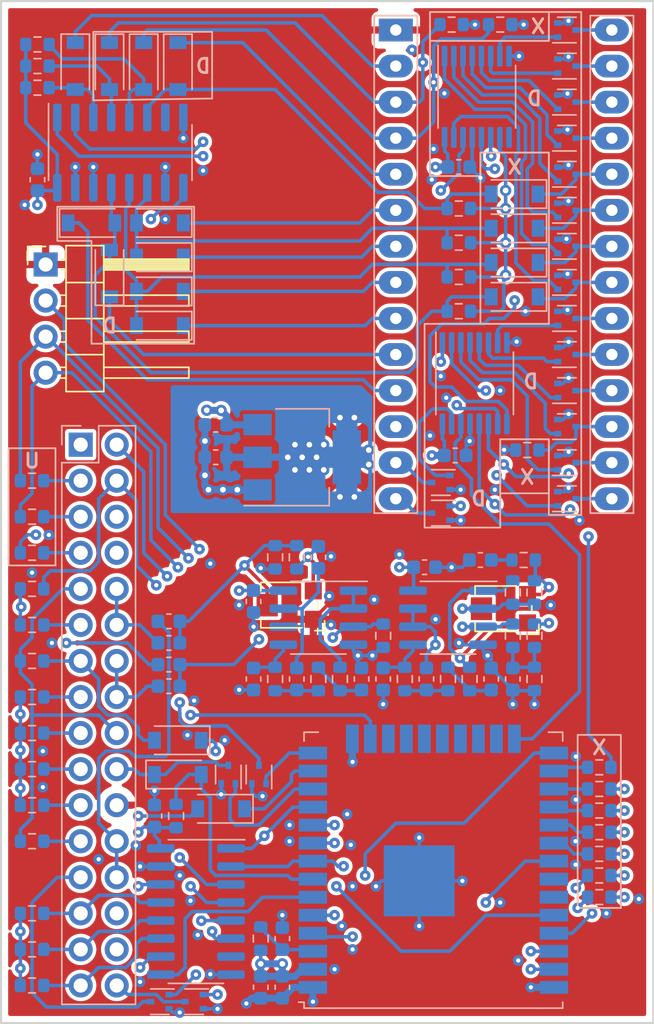
<source format=kicad_pcb>
(kicad_pcb (version 20211014) (generator pcbnew)
  (title_block (title "Bosch KF163 control") (date "2022-01-20") (rev "1") (company "Robin Olejnik") (comment 2 "License: MIT") (comment 3 "www.robinolejnik.com") (comment 4 "https://github.com/robinolejnik/bosch-kf163-control"))
  (layers (0 "F.Cu" signal) (1 "In1.Cu" signal) (2 "In2.Cu" signal) (31 "B.Cu" signal) (34 "B.Paste" user) (35 "F.Paste" user) (36 "B.SilkS" user "B.Silkscreen") (37 "F.SilkS" user "F.Silkscreen") (38 "B.Mask" user) (39 "F.Mask" user) (44 "Edge.Cuts" user))
  (net 0 "")
  (net 1 "GND")
  (net 2 "+3V3")
  (net 3 "PTT_OUT")
  (net 4 "MUTE")
  (net 5 "SQL_OUT")
  (net 6 "/SQUELCH")
  (net 7 "LED")
  (net 8 "/LED_GN")
  (net 9 "B01")
  (net 10 "B09")
  (net 11 "B02")
  (net 12 "B10")
  (net 13 "B03")
  (net 14 "B11")
  (net 15 "B04")
  (net 16 "B12")
  (net 17 "B05")
  (net 18 "B13")
  (net 19 "B06")
  (net 20 "B14")
  (net 21 "B07")
  (net 22 "B15")
  (net 23 "B08")
  (net 24 "B16")
  (net 25 "LATCH")
  (net 26 "CLK")
  (net 27 "/B")
  (net 28 "/C")
  (net 29 "/D")
  (net 30 "/HUP")
  (net 31 "/CALL1")
  (net 32 "/CALL2")
  (net 33 "/DEL")
  (net 34 "/A")
  (net 35 "DigX_MA1")
  (net 36 "DigX_MA0")
  (net 37 "SQL_SENSE")
  (net 38 "PTT_SENSE")
  (net 39 "ADC1")
  (net 40 "DAC1")
  (net 41 "MISO")
  (net 42 "BOOT")
  (net 43 "DigX_D0")
  (net 44 "DigX_D1")
  (net 45 "DigX_D2")
  (net 46 "DigX_D3")
  (net 47 "DigX_DIV")
  (net 48 "RXD")
  (net 49 "TXD")
  (net 50 "Net-(D203-Pad2)")
  (net 51 "Net-(D202-Pad2)")
  (net 52 "Net-(D201-Pad2)")
  (net 53 "Net-(D102-Pad1)")
  (net 54 "Net-(R301-Pad1)")
  (net 55 "Net-(C304-Pad1)")
  (net 56 "Net-(C303-Pad2)")
  (net 57 "Net-(R305-Pad1)")
  (net 58 "Net-(C309-Pad2)")
  (net 59 "Net-(C310-Pad1)")
  (net 60 "Net-(C308-Pad1)")
  (net 61 "Net-(C312-Pad2)")
  (net 62 "Net-(D201-Pad1)")
  (net 63 "Net-(D202-Pad1)")
  (net 64 "Net-(D203-Pad1)")
  (net 65 "Net-(D205-Pad1)")
  (net 66 "Net-(D206-Pad1)")
  (net 67 "Net-(D209-Pad1)")
  (net 68 "RX_NF")
  (net 69 "VDC")
  (net 70 "+8V")
  (net 71 "Net-(D103-Pad1)")
  (net 72 "ONOFF")
  (net 73 "MIC")
  (net 74 "St2")
  (net 75 "St1")
  (net 77 "Net-(D205-Pad2)")
  (net 78 "Net-(D206-Pad2)")
  (net 80 "Net-(D204-Pad2)")
  (net 81 "Net-(C106-Pad1)")
  (net 82 "Net-(D204-Pad1)")
  (net 92 "TX_FLAT")
  (net 93 "MISO_PLL")
  (net 96 "Net-(U201-Pad9)")
  (net 97 "RX_FLAT")
  (net 98 "MOSI")
  (net 99 "A16")
  (net 100 "A15")
  (net 101 "A14")
  (net 102 "A13")
  (net 103 "A12")
  (net 104 "A11")
  (net 105 "A10")
  (net 106 "A09")
  (net 107 "A08")
  (net 108 "A07")
  (net 109 "A06")
  (net 110 "A05")
  (net 111 "A04")
  (net 112 "A03")
  (net 113 "A02")
  (net 114 "A01")
  (net 116 "Net-(D212-Pad1)")
  (net 117 "Net-(D211-Pad1)")
  (net 118 "Net-(D210-Pad1)")
  (net 119 "Net-(D212-Pad2)")
  (net 120 "TX_NF")
  (net 121 "Net-(J101-Pad3)")
  (net 122 "Net-(J101-Pad5)")
  (net 123 "Net-(J101-Pad7)")
  (net 124 "Net-(C302-Pad1)")
  (net 125 "Net-(C303-Pad1)")
  (net 126 "Net-(C306-Pad1)")
  (net 127 "Net-(C307-Pad1)")
  (net 128 "Net-(D101-Pad1)")
  (net 129 "Net-(J101-Pad32)")
  (net 130 "Net-(C314-Pad1)")
  (net 131 "Net-(C315-Pad1)")
  (net 132 "Net-(R312-Pad2)")
  (net 133 "Net-(R314-Pad1)")
  (footprint "Potentiometer_SMD:Potentiometer_Bourns_TC33X_Vertical" (layer "F.Cu") (at 109.22 106.553 180)
    (fp_text reference "RV301" hide)
    (fp_text value "50k" hide)
  )
  (footprint "Potentiometer_SMD:Potentiometer_Bourns_TC33X_Vertical" (layer "F.Cu") (at 124.333 106.807 180)
    (fp_text reference "RV302" hide)
    (fp_text value "50k" hide)
  )
  (footprint "Connector_PinHeader_2.54mm:PinHeader_1x04_P2.54mm_Horizontal" (layer "F.Cu") (at 92.145 82.56)
    (fp_text reference "J102" hide)
    (fp_text value "PROG" hide)
  )
  (footprint "Capacitor_SMD:C_0603_1608Metric" (layer "B.Cu") (at 106.807 111.76 -90)
    (fp_text reference "C304" hide)
    (fp_text value "1n C0G" hide)
  )
  (footprint "Resistor_SMD:R_0603_1608Metric" (layer "B.Cu") (at 117.475 111.76 90)
    (fp_text reference "R307" hide)
    (fp_text value "4.7k" hide)
  )
  (footprint "Resistor_SMD:R_0603_1608Metric" (layer "B.Cu") (at 131.191 121.031 180)
    (fp_text reference "R212" hide)
    (fp_text value "0" hide)
  )
  (footprint "Package_TO_SOT_SMD:SOT-523" (layer "B.Cu") (at 128.905 78.74)
    (fp_text reference "Q206" hide)
    (fp_text value "DTC143ZE" hide)
  )
  (footprint "Connector_PinSocket_2.54mm:PinSocket_2x16_P2.54mm_Vertical" (layer "B.Cu") (at 94.615 95.25 180)
    (fp_text reference "J101" hide)
    (fp_text value "TGA" hide)
  )
  (footprint "Package_TO_SOT_SMD:SOT-523" (layer "B.Cu") (at 120.015 100.076 180)
    (fp_text reference "Q203" hide)
    (fp_text value "DTC143ZE" hide)
  )
  (footprint "Package_TO_SOT_SMD:SOT-523" (layer "B.Cu") (at 128.905 73.66)
    (fp_text reference "Q210" hide)
    (fp_text value "DTC143ZE" hide)
  )
  (footprint "Package_TO_SOT_SMD:SOT-523" (layer "B.Cu") (at 128.905 86.36)
    (fp_text reference "Q215" hide)
    (fp_text value "DTC143ZE" hide)
  )
  (footprint "Diode_SMD:D_SOD-123" (layer "B.Cu") (at 96.647 83.185 90)
    (fp_text reference "D209" hide)
    (fp_text value "SD103AW" hide)
  )
  (footprint "Resistor_SMD:R_0603_1608Metric" (layer "B.Cu") (at 131.191 125.603 180)
    (fp_text reference "R209" hide)
    (fp_text value "0" hide)
  )
  (footprint "Diode_SMD:D_SOD-123" (layer "B.Cu") (at 94.234 68.58 -90)
    (fp_text reference "D206" hide)
    (fp_text value "SD103AW" hide)
  )
  (footprint "Resistor_SMD:R_0603_1608Metric" (layer "B.Cu") (at 91.186 120.65)
    (fp_text reference "R107" hide)
    (fp_text value "4.7k" hide)
  )
  (footprint "Resistor_SMD:R_0603_1608Metric" (layer "B.Cu") (at 91.186 113.03)
    (fp_text reference "R104" hide)
    (fp_text value "4.7k" hide)
  )
  (footprint "Resistor_SMD:R_0603_1608Metric" (layer "B.Cu") (at 91.186 115.57)
    (fp_text reference "R105" hide)
    (fp_text value "4.7k" hide)
  )
  (footprint "Resistor_SMD:R_0603_1608Metric" (layer "B.Cu") (at 121.285 83.439 180)
    (fp_text reference "R202" hide)
    (fp_text value "4.7k" hide)
  )
  (footprint "Resistor_SMD:R_0603_1608Metric" (layer "B.Cu") (at 122.047 111.76 -90)
    (fp_text reference "R305" hide)
    (fp_text value "5.1k" hide)
  )
  (footprint "Resistor_SMD:R_0603_1608Metric" (layer "B.Cu") (at 126.111 95.631 180)
    (fp_text reference "R217" hide)
    (fp_text value "0" hide)
  )
  (footprint "Package_TO_SOT_SMD:SOT-523" (layer "B.Cu") (at 128.905 81.28)
    (fp_text reference "Q204" hide)
    (fp_text value "DTC143ZE" hide)
  )
  (footprint "Capacitor_SMD:C_0603_1608Metric" (layer "B.Cu") (at 123.571 111.76 90)
    (fp_text reference "C306" hide)
    (fp_text value "10n C0G" hide)
  )
  (footprint "Diode_SMD:D_SOD-123" (layer "B.Cu") (at 96.647 68.58 -90)
    (fp_text reference "D205" hide)
    (fp_text value "SD103AW" hide)
  )
  (footprint "Diode_SMD:D_SOD-123" (layer "B.Cu") (at 101.473 68.58 -90)
    (fp_text reference "D204" hide)
    (fp_text value "SD103AW" hide)
  )
  (footprint "Resistor_SMD:R_0603_1608Metric" (layer "B.Cu") (at 131.191 124.079 180)
    (fp_text reference "R214" hide)
    (fp_text value "0" hide)
  )
  (footprint "Capacitor_SMD:C_0603_1608Metric" (layer "B.Cu") (at 114.427 111.76 90)
    (fp_text reference "C302" hide)
    (fp_text value "10n C0G" hide)
  )
  (footprint "Package_TO_SOT_SMD:SOT-223-3_TabPin2" (layer "B.Cu") (at 110.236 96.139)
    (fp_text reference "U102" hide)
    (fp_text value "AMS1117-3.3" hide)
  )
  (footprint "Resistor_SMD:R_0603_1608Metric" (layer "B.Cu") (at 91.186 130.81)
    (fp_text reference "R109" hide)
    (fp_text value "4.7k" hide)
  )
  (footprint "Package_TO_SOT_SMD:SOT-523" (layer "B.Cu") (at 128.905 76.2)
    (fp_text reference "Q208" hide)
    (fp_text value "DTC143ZE" hide)
  )
  (footprint "Resistor_SMD:R_0603_1608Metric" (layer "B.Cu") (at 126.619 111.76 90)
    (fp_text reference "R313" hide)
    (fp_text value "4.7k" hide)
  )
  (footprint "Package_TO_SOT_SMD:SOT-523" (layer "B.Cu") (at 102.616 134.493 180)
    (fp_text reference "Q102" hide)
    (fp_text value "DTC143ZE" hide)
  )
  (footprint "Capacitor_SMD:C_0603_1608Metric" (layer "B.Cu") (at 99.822 121.412 -90)
    (fp_text reference "C101" hide)
    (fp_text value "100n" hide)
  )
  (footprint "Capacitor_SMD:C_0603_1608Metric" (layer "B.Cu") (at 106.807 106.299 -90)
    (fp_text reference "C301" hide)
    (fp_text value "100n" hide)
  )
  (footprint "Package_TO_SOT_SMD:SOT-523" (layer "B.Cu") (at 107.188 118.491 90)
    (fp_text reference "Q103" hide)
    (fp_text value "DTC143ZE" hide)
  )
  (footprint "Resistor_SMD:R_0603_1608Metric" (layer "B.Cu") (at 126.619 108.712 90)
    (fp_text reference "R310" hide)
    (fp_text value "4.7k" hide)
  )
  (footprint "Capacitor_SMD:C_0603_1608Metric" (layer "B.Cu") (at 121.285 75.692 180)
    (fp_text reference "C203" hide)
    (fp_text value "100n" hide)
  )
  (footprint "Capacitor_SMD:C_0603_1608Metric" (layer "B.Cu") (at 100.838 107.696 180)
    (fp_text reference "C311" hide)
    (fp_text value "10u" hide)
  )
  (footprint "Resistor_SMD:R_0603_1608Metric" (layer "B.Cu") (at 107.315 130.048 90)
    (fp_text reference "R114" hide)
    (fp_text value "4.7k" hide)
  )
  (footprint "Package_DIP:DIP-28_W15.24mm_Socket_LongPads" (layer "B.Cu") (at 132.08 66.04 180)
    (fp_text reference "J201" hide)
    (fp_text value "S353/CDP18U42P" hide)
  )
  (footprint "Resistor_SMD:R_0603_1608Metric" (layer "B.Cu") (at 91.186 128.27)
    (fp_text reference "R108" hide)
    (fp_text value "4.7k" hide)
  )
  (footprint "Diode_SMD:D_SOD-123" (layer "B.Cu") (at 125.222 84.836 180)
    (fp_text reference "D214" hide)
    (fp_text value "SD103AW" hide)
  )
  (footprint "Capacitor_SMD:C_0603_1608Metric" (layer "B.Cu") (at 109.855 111.76 90)
    (fp_text reference "C303" hide)
    (fp_text value "39n" hide)
  )
  (footprint "Resistor_SMD:R_0603_1608Metric" (layer "B.Cu") (at 91.186 97.79 180)
    (fp_text reference "R117" hide)
    (fp_text value "0" hide)
  )
  (footprint "Diode_SMD:D_SOD-123" (layer "B.Cu") (at 100.203 86.868 180)
    (fp_text reference "D202" hide)
    (fp_text value "SD103AW" hide)
  )
  (footprint "Resistor_SMD:R_0603_1608Metric" (layer "B.Cu") (at 131.191 122.555 180)
    (fp_text reference "R213" hide)
    (fp_text value "0" hide)
  )
  (footprint "Package_SO:SOIC-16_3.9x9.9mm_P1.27mm" (layer "B.Cu") (at 97.409 74.676 -90)
    (fp_text reference "U202" hide)
    (fp_text value "74HC165D" hide)
  )
  (footprint "Capacitor_SMD:C_0603_1608Metric" (layer "B.Cu") (at 118.872 103.886)
    (fp_text reference "C305" hide)
    (fp_text value "100n" hide)
  )
  (footprint "Capacitor_SMD:C_0603_1608Metric" (layer "B.Cu") (at 111.379 103.1875 90)
    (fp_text reference "C309" hide)
    (fp_text value "10u" hide)
  )
  (footprint "Capacitor_SMD:C_0603_1608Metric" (layer "B.Cu") (at 118.999 111.76 90)
    (fp_text reference "C307" hide)
    (fp_text value "39n" hide)
  )
  (footprint "Diode_SMD:D_SOD-123" (layer "B.Cu") (at 125.222 77.597 180)
    (fp_text reference "D207" hide)
    (fp_text value "SD103AW" hide)
  )
  (footprint "Package_TO_SOT_SMD:SOT-523" (layer "B.Cu") (at 120.015 97.917 180)
    (fp_text reference "Q201" hide)
    (fp_text value "DTC143ZE" hide)
  )
  (footprint "Resistor_SMD:R_0603_1608Metric" (layer "B.Cu") (at 108.331 103.1875 90)
    (fp_text reference "R309" hide)
    (fp_text value "TBD" hide)
  )
  (footprint "Capacitor_SMD:C_0603_1608Metric" (layer "B.Cu") (at 91.567 76.581 -90)
    (fp_text reference "C201" hide)
    (fp_text value "100n" hide)
  )
  (footprint "Resistor_SMD:R_0603_1608Metric" (layer "B.Cu") (at 121.285 81.026 180)
    (fp_text reference "R203" hide)
    (fp_text value "4.7k" hide)
  )
  (footprint "Package_TO_SOT_SMD:SOT-523" (layer "B.Cu") (at 128.905 93.98)
    (fp_text reference "Q209" hide)
    (fp_text value "DTC143ZE" hide)
  )
  (footprint "Resistor_SMD:R_0603_1608Metric" (layer "B.Cu") (at 120.777 65.659)
    (fp_text reference "R215" hide)
    (fp_text value "82k" hide)
  )
  (footprint "Diode_SMD:D_SOD-123" (layer "B.Cu") (at 100.203 82.042 180)
    (fp_text reference "D203" hide)
    (fp_text value "SD103AW" hide)
  )
  (footprint "Resistor_SMD:R_0603_1608Metric" (layer "B.Cu") (at 131.191 127.127 180)
    (fp_text reference "R208" hide)
    (fp_text value "0" hide)
  )
  (footprint "Capacitor_SMD:C_0603_1608Metric" (layer "B.Cu") (at 108.839 130.048 90)
    (fp_text reference "C106" hide)
    (fp_text value "100n" hide)
  )
  (footprint "Capacitor_SMD:C_0603_1608Metric" (layer "B.Cu") (at 100.838 109.22 180)
    (fp_text reference "C310" hide)
    (fp_text value "10u" hide)
  )
  (footprint "Capacitor_SMD:C_0603_1608Metric" (layer "B.Cu") (at 121.031 96.012 180)
    (fp_text reference "C202" hide)
    (fp_text value "100n" hide)
  )
  (footprint "Capacitor_SMD:C_0603_1608Metric" (layer "B.Cu") (at 107.315 133.477 -90)
    (fp_text reference "C102" hide)
    (fp_text value "10u" hide)
  )
  (footprint "Capacitor_SMD:C_0603_1608Metric" (layer "B.Cu") (at 122.809 103.378 180)
    (fp_text reference "C315" hide)
    (fp_text value "10u" hide)
  )
  (footprint "Resistor_SMD:R_0603_1608Metric" (layer "B.Cu") (at 91.186 102.87 180)
    (fp_text reference "R115" hide)
    (fp_text value "0" hide)
  )
  (footprint "Resistor_SMD:R_0603_1608Metric" (layer "B.Cu") (at 115.951 108.712 90)
    (fp_text reference "R304" hide)
    (fp_text value "4.7k" hide)
  )
  (footprint "Resistor_SMD:R_0603_1608Metric" (layer "B.Cu") (at 91.567 70.104)
    (fp_text reference "R206" hide)
    (fp_text value "4.7k" hide)
  )
  (footprint "Package_TO_SOT_SMD:SOT-523" (layer "B.Cu") (at 128.905 71.12)
    (fp_text reference "Q212" hide)
    (fp_text value "DTC143ZE" hide)
  )
  (footprint "Resistor_SMD:R_0603_1608Metric" (layer "B.Cu") (at 125.095 105.664 90)
    (fp_text reference "R314" hide)
    (fp_text value "TBD" hide)
  )
  (footprint "Resistor_SMD:R_0603_1608Metric" (layer "B.Cu") (at 124.206 65.659)
    (fp_text reference "R216" hide)
    (fp_text value "82k" hide)
  )
  (footprint "Capacitor_SMD:C_0603_1608Metric" (layer "B.Cu") (at 104.14 96.139 180)
    (fp_text reference "C105" hide)
    (fp_text value "10u" hide)
  )
  (footprint "Capacitor_SMD:C_0603_1608Metric" (layer "B.Cu") (at 100.838 112.268)
    (fp_text reference "C312" hide)
    (fp_text value "10u" hide)
  )
  (footprint "Resistor_SMD:R_0603_1608Metric" (layer "B.Cu") (at 91.186 100.33 180)
    (fp_text reference "R116" hide)
    (fp_text value "0" hide)
  )
  (footprint "Package_SO:SOIC-8_3.9x4.9mm_P1.27mm" (layer "B.Cu") (at 120.523 107.442 180)
    (fp_text reference "U302" hide)
    (fp_text value "RS8752XK" hide)
  )
  (footprint "RF_Module:ESP32-WROOM-32U" (layer "B.Cu") (at 119.491 125.229)
    (fp_text reference "U103" hide)
    (fp_text value "ESP32-WROOM-32U" hide)
  )
  (footprint "Resistor_SMD:R_0603_1608Metric" (layer "B.Cu") (at 91.567 67.056)
    (fp_text reference "R204" hide)
    (fp_text value "4.7k" hide)
  )
  (footprint "Capacitor_SMD:C_0603_1608Metric" (layer "B.Cu") (at 125.095 111.76 -90)
    (fp_text reference "C314" hide)
    (fp_text value "10u" hide)
  )
  (footprint "Package_TO_SOT_SMD:SOT-523" (layer "B.Cu") (at 128.905 83.82)
    (fp_text reference "Q202" hide)
    (fp_text value "DTC143ZE" hide)
  )
  (footprint "Diode_SMD:D_SOD-123" (layer "B.Cu") (at 100.203 79.629 180)
    (fp_text reference "D211" hide)
    (fp_text value "SD103AW" hide)
  )
  (footprint "Package_TO_SOT_SMD:SOT-523" (layer "B.Cu") (at 100.203 134.493 180)
    (fp_text reference "Q104" hide)
    (fp_text value "DTC143ZE" hide)
  )
  (footprint "Diode_SMD:D_SOD-123" (layer "B.Cu") (at 101.473 118.491)
    (fp_text reference "D101" hide)
    (fp_text value "SD103AW" hide)
  )
  (footprint "Resistor_SMD:R_0603_1608Metric" (layer "B.Cu") (at 91.186 118.11)
    (fp_text reference "R106" hide)
    (fp_text value "4.7k" hide)
  )
  (footprint "Diode_SMD:D_SOD-123" (layer "B.Cu") (at 95.377 79.629)
    (fp_text reference "D201" hide)
    (fp_text value "SD103AW" hide)
  )
  (footprint "Resistor_SMD:R_0603_1608Metric" (layer "B.Cu") (at 108.331 111.76 90)
    (fp_text reference "R303" hide)
    (fp_text value "4.7k" hide)
  )
  (footprint "Resistor_SMD:R_0603_1608Metric" (layer "B.Cu") (at 91.186 133.35)
    (fp_text reference "R110" hide)
    (fp_text value "4.7k" hide)
  )
  (footprint "Resistor_SMD:R_0603_1608Metric" (layer "B.Cu") (at 131.191 119.507 180)
    (fp_text reference "R211" hide)
    (fp_text value "0" hide)
  )
  (footprint "Diode_SMD:D_SOD-123" (layer "B.Cu") (at 125.222 82.423 180)
    (fp_text reference "D208" hide)
    (fp_text value "SD103AW" hide)
  )
  (footprint "Resistor_SMD:R_0603_1608Metric" (layer "B.Cu") (at 91.567 68.58)
    (fp_text reference "R205" hide)
    (fp_text value "4.7k" hide)
  )
  (footprint "Package_TO_SOT_SMD:SOT-523" (layer "B.Cu") (at 128.905 88.9)
    (fp_text reference "Q213" hide)
    (fp_text value "DTC143ZE" hide)
  )
  (footprint "Resistor_SMD:R_0603_1608Metric" (layer "B.Cu") (at 101.346 121.412 90)
    (fp_text reference "R111" hide)
    (fp_text value "4.7k" hide)
  )
  (footprint "Package_TO_SOT_SMD:SOT-523" (layer "B.Cu") (at 128.905 66.04)
    (fp_text reference "Q216" hide)
    (fp_text value "DTC143ZE" hide)
  )
  (footprint "Package_TO_SOT_SMD:SOT-523" (layer "B.Cu") (at 105.029 118.491 90)
    (fp_text reference "Q101" hide)
    (fp_text value "DTC143ZE" hide)
  )
  (footprint "Capacitor_SMD:C_0603_1608Metric" (layer "B.Cu") (at 104.14 93.853 180)
    (fp_text reference "C104" hide)
    (fp_text value "10u" hide)
  )
  (footprint "Resistor_SMD:R_0603_1608Metric" (layer "B.Cu") (at 120.523 111.76 -90)
    (fp_text reference "R306" hide)
    (fp_text value "4.7k" hide)
  )
  (footprint "Resistor_SMD:R_0603_1608Metric" (layer "B.Cu") (at 91.186 110.49)
    (fp_text reference "R102" hide)
    (fp_text value "4.7k" hide)
  )
  (footprint "Capacitor_SMD:C_0603_1608Metric" (layer "B.Cu") (at 108.839 133.477 -90)
    (fp_text reference "C103" hide)
    (fp_text value "100n" hide)
  )
  (footprint "Diode_SMD:D_SOD-123" (layer "B.Cu") (at 100.203 84.455 180)
    (fp_text reference "D210" hide)
    (fp_text value "SD103AW" hide)
  )
  (footprint "Package_SO:SOIC-8_3.9x4.9mm_P1.27mm" (layer "B.Cu") (at 111.379 107.442 180)
    (fp_text reference "U301" hide)
    (fp_text value "RS8752XK" hide)
  )
  (footprint "Resistor_SMD:R_0603_1608Metric" (layer "B.Cu") (at 125.857 103.378)
    (fp_text reference "R312" hide)
    (fp_text value "4.7k" hide)
  )
  (footprint "Capacitor_SMD:C_0603_1608Metric" (layer "B.Cu") (at 115.951 111.76 -90)
    (fp_text reference "C308" hide)
    (fp_text value "1n C0G" hide)
  )
  (footprint "Capacitor_SMD:C_0603_1608Metric" (layer "B.Cu") (at 100.838 110.744)
    (fp_text reference "C313" hide)
    (fp_text value "10u" hide)
  )
  (footprint "Package_SO:TSSOP-16_4.4x5mm_P0.65mm" (layer "B.Cu") (at 122.555 70.739 -90)
    (fp_text reference "U203" hide)
    (fp_text value "74HC595PW" hide)
  )
  (footprint "Resistor_SMD:R_0603_1608Metric" (layer "B.Cu") (at 91.186 123.19)
    (fp_text reference "R101" hide)
    (fp_text value "4.7k" hide)
  )
  (footprint "Resistor_SMD:R_0603_1608Metric" (layer "B.Cu") (at 131.191 117.983 180)
    (fp_text reference "R210" hide)
    (fp_text value "0" hide)
  )
  (footprint "Resistor_SMD:R_0603_1608Metric" (layer "B.Cu") (at 109.855 103.1875 -90)
    (fp_text reference "R308" hide)
    (fp_text value "TBD" hide)
  )
  (footprint "Diode_SMD:D_SOD-123" (layer "B.Cu") (at 99.06 68.58 -90)
    (fp_text reference "D212" hide)
    (fp_text value "SD103AW" hide)
  )
  (footprint "Package_SO:SOIC-16_3.9x9.9mm_P1.27mm" (layer "B.Cu") (at 102.743 128.143 180)
    (fp_text reference "U101" hide)
    (fp_text value "74HC165D" hide)
  )
  (footprint "Diode_SMD:D_SOD-123" (layer "B.Cu") (at 104.521 120.904 180)
    (fp_text reference "D102" hide)
    (fp_text value "SD103AW" hide)
  )
  (footprint "Package_TO_SOT_SMD:SOT-523" (layer "B.Cu") (at 128.905 91.44)
    (fp_text reference "Q211" hide)
    (fp_text value "DTC143ZE" hide)
  )
  (footprint "Resistor_SMD:R_0603_1608Metric" (layer "B.Cu") (at 112.903 111.76 -90)
    (fp_text reference "R301" hide)
    (fp_text value "5.1k" hide)
  )
  (footprint "Diode_SMD:D_SOD-123" (layer "B.Cu") (at 101.473 116.078 180)
    (fp_text reference "D103" hide)
    (fp_text value "SD103AW" hide)
  )
  (footprint "Package_SO:TSSOP-16_4.4x5mm_P0.65mm" (layer "B.Cu") (at 122.402 90.932 -90)
    (fp_text reference "U201" hide)
    (fp_text value "74HC595PW" hide)
  )
  (footprint "Resistor_SMD:R_0603_1608Metric" (layer "B.Cu") (at 111.379 111.76 -90)
    (fp_text reference "R302" hide)
    (fp_text value "4.7k" hide)
  )
  (footprint "Package_TO_SOT_SMD:SOT-523" (layer "B.Cu") (at 128.905 99.06)
    (fp_text reference "Q205" hide)
    (fp_text value "DTC143ZE" hide)
  )
  (footprint "Resistor_SMD:R_0603_1608Metric" (layer "B.Cu") (at 121.285 78.613 180)
    (fp_text reference "R207" hide)
    (fp_text value "4.7k" hide)
  )
  (footprint "Resistor_SMD:R_0603_1608Metric" (layer "B.Cu") (at 91.186 107.95)
    (fp_text reference "R103" hide)
    (fp_text value "4.7k" hide)
  )
  (footprint "Package_TO_SOT_SMD:SOT-523" (layer "B.Cu") (at 128.905 68.58)
    (fp_text reference "Q214" hide)
    (fp_text value "DTC143ZE" hide)
  )
  (footprint "Resistor_SMD:R_0603_1608Metric" (layer "B.Cu") (at 126.619 105.664 -90)
    (fp_text reference "R315" hide)
    (fp_text value "TBD" hide)
  )
  (footprint "Diode_SMD:D_SOD-123" (layer "B.Cu") (at 125.222 80.01 180)
    (fp_text reference "D213" hide)
    (fp_text value "SD103AW" hide)
  )
  (footprint "Resistor_SMD:R_0603_1608Metric" (layer "B.Cu") (at 91.186 105.41)
    (fp_text reference "R112" hide)
    (fp_text value "4.7k" hide)
  )
  (footprint "Resistor_SMD:R_0603_1608Metric" (layer "B.Cu") (at 121.285 85.852 180)
    (fp_text reference "R201" hide)
    (fp_text value "4.7k" hide)
  )
  (footprint "Package_TO_SOT_SMD:SOT-523" (layer "B.Cu") (at 128.905 96.52)
    (fp_text reference "Q207" hide)
    (fp_text value "DTC143ZE" hide)
  )
  (footprint "Resistor_SMD:R_0603_1608Metric" (layer "B.Cu") (at 125.095 108.712 90)
    (fp_text reference "R311" hide)
    (fp_text value "4.7k" hide)
  )
  (gr_poly (pts (xy 102.616 88.138) (xy 95.377 88.138) (xy 95.377 80.899) (xy 92.964 80.899) (xy 92.964 78.486) (xy 102.616 78.486)) (layer "B.SilkS") (width 0.127) (fill none))
  (gr_poly (pts (xy 92.837 103.759) (xy 89.535 103.759) (xy 89.535 95.504) (xy 92.837 95.504)) (layer "B.SilkS") (width 0.127) (fill none))
  (gr_poly (pts (xy 132.715 127.889) (xy 129.667 127.889) (xy 129.667 115.697) (xy 132.715 115.697)) (layer "B.SilkS") (width 0.127) (fill none))
  (gr_poly (pts (xy 103.886 70.866) (xy 95.504 70.993) (xy 95.504 66.167) (xy 103.886 66.167)) (layer "B.SilkS") (width 0.127) (fill none))
  (gr_poly (pts (xy 129.921 100.203) (xy 127.635 100.203) (xy 127.635 94.869) (xy 124.206 94.869) (xy 124.206 101.092) (xy 118.872 101.092) (xy 118.872 86.741) (xy 127.635 86.741) (xy 127.635 74.676) (xy 122.809 74.676) (xy 122.809 76.327) (xy 119.253 76.327) (xy 119.253 66.802) (xy 127.635 66.802) (xy 127.635 64.77) (xy 129.921 64.77)) (layer "B.SilkS") (width 0.127) (fill none))
  (gr_poly (pts (xy 127.635 66.802) (xy 119.253 66.802) (xy 119.253 64.77) (xy 127.635 64.77)) (layer "B.SilkS") (width 0.127) (fill none))
  (gr_poly (pts (xy 127.635 86.741) (xy 122.809 86.741) (xy 122.809 84.582) (xy 122.809 74.676) (xy 127.635 74.676)) (layer "B.SilkS") (width 0.127) (fill none))
  (gr_poly (pts (xy 127.635 98.679) (xy 124.206 98.679) (xy 124.206 94.869) (xy 127.635 94.869)) (layer "B.SilkS") (width 0.127) (fill none))
  (gr_line (start 135 135) (end 135 136) (layer "Edge.Cuts") (width 0.15))
  (gr_line (start 92 64) (end 134 64) (layer "Edge.Cuts") (width 0.15))
  (gr_line (start 135 104) (end 135 125) (layer "Edge.Cuts") (width 0.15))
  (gr_line (start 135 136) (end 92 136) (layer "Edge.Cuts") (width 0.15))
  (gr_line (start 135 125) (end 135 135) (layer "Edge.Cuts") (width 0.15))
  (gr_line (start 135 64) (end 135 104) (layer "Edge.Cuts") (width 0.15))
  (gr_line (start 92 64) (end 89 64) (layer "Edge.Cuts") (width 0.15))
  (gr_line (start 134 64) (end 135 64) (layer "Edge.Cuts") (width 0.15))
  (gr_line (start 89 64) (end 89 136) (layer "Edge.Cuts") (width 0.15))
  (gr_line (start 89 136) (end 92 136) (layer "Edge.Cuts") (width 0.15))
  (gr_text "D" (at 122.682 99.06) (layer "B.SilkS") (effects (font (size 1 1) (thickness 0.2)) (justify mirror)))
  (gr_text "D" (at 96.647 86.868) (layer "B.SilkS") (effects (font (size 1 1) (thickness 0.2)) (justify mirror)))
  (gr_text "D" (at 126.365 90.805) (layer "B.SilkS") (effects (font (size 1 1) (thickness 0.2)) (justify mirror)))
  (gr_text "X" (at 126.111 97.536) (layer "B.SilkS") (effects (font (size 1 1) (thickness 0.2)) (justify mirror)))
  (gr_text "D" (at 126.619 70.866) (layer "B.SilkS") (effects (font (size 1 1) (thickness 0.2)) (justify mirror)))
  (gr_text "X" (at 126.873 65.786) (layer "B.SilkS") (effects (font (size 1 1) (thickness 0.2)) (justify mirror)))
  (gr_text "X" (at 125.222 75.692) (layer "B.SilkS") (effects (font (size 1 1) (thickness 0.2)) (justify mirror)))
  (gr_text "U" (at 91.186 96.393) (layer "B.SilkS") (effects (font (size 1 1) (thickness 0.2)) (justify mirror)))
  (gr_text "D" (at 103.251 68.58) (layer "B.SilkS") (effects (font (size 1 1) (thickness 0.2)) (justify mirror)))
  (gr_text "X" (at 131.191 116.586) (layer "B.SilkS") (effects (font (size 1 1) (thickness 0.2)) (justify mirror)))
  (segment (start 112.146902 106.426098) (end 111.02 107.553) (width 0.25) (layer "F.Cu") (net 1))
  (segment (start 112.146902 105.918) (end 112.146902 106.426098) (width 0.25) (layer "F.Cu") (net 1))
  (via (at 129.533765 120.262765) (size 0.75) (drill 0.3) (layers "F.Cu" "B.Cu") (net 1))
  (via (at 103.251 75.946) (size 0.75) (drill 0.3) (layers "F.Cu" "B.Cu") (net 1))
  (via (at 125.857 65.659) (size 0.75) (drill 0.3) (layers "F.Cu" "B.Cu") (net 1))
  (via (at 129.032 98.298) (size 0.75) (drill 0.3) (layers "F.Cu" "B.Cu") (net 1))
  (via (at 101.6 125.603) (size 0.75) (drill 0.3) (layers "F.Cu" "B.Cu") (net 1))
  (via (at 121.412 100.584) (size 0.75) (drill 0.3) (layers "F.Cu" "B.Cu") (net 1))
  (via (at 107.442 120.015) (size 0.75) (drill 0.3) (layers "F.Cu" "B.Cu") (net 1))
  (via (at 103.632 98.425) (size 0.8) (drill 0.4) (layers "F.Cu" "B.Cu") (net 1))
  (via (at 129.022389 65.389103) (size 0.75) (drill 0.3) (layers "F.Cu" "B.Cu") (net 1))
  (via (at 114.173 110.109) (size 0.75) (drill 0.3) (layers "F.Cu" "B.Cu") (net 1))
  (via (at 112.146902 105.918) (size 0.75) (drill 0.3) (layers "F.Cu" "B.Cu") (net 1))
  (via (at 125.984 85.852) (size 0.75) (drill 0.3) (layers "F.Cu" "B.Cu") (net 1))
  (via (at 129.022389 75.549103) (size 0.75) (drill 0.3) (layers "F.Cu" "B.Cu") (net 1))
  (via (at 128.952847 70.519304) (size 0.75) (drill 0.3) (layers "F.Cu" "B.Cu") (net 1))
  (via (at 120.396 91.948) (size 0.75) (drill 0.3) (layers "F.Cu" "B.Cu") (net 1))
  (via (at 107.315 103.9495) (size 0.75) (drill 0.3) (layers "F.Cu" "B.Cu") (net 1))
  (via (at 104.648 98.425) (size 0.8) (drill 0.4) (layers "F.Cu" "B.Cu") (net 1))
  (via (at 124.206 127.508) (size 0.75) (drill 0.3) (layers "F.Cu" "B.Cu") (net 1))
  (via (at 113.792 117.602) (size 0.75) (drill 0.3) (layers "F.Cu" "B.Cu") (net 1))
  (via (at 121.539 125.984) (size 0.75) (drill 0.3) (layers "F.Cu" "B.Cu") (net 1))
  (via (at 126.619 113.538) (size 0.75) (drill 0.3) (layers "F.Cu" "B.Cu") (net 1))
  (via (at 102.146098 115.7139) (size 0.75) (drill 0.3) (layers "F.Cu" "B.Cu") (net 1))
  (via (at 115.316 106.172) (size 0.75) (drill 0.3) (layers "F.Cu" "B.Cu") (net 1))
  (via (at 112.268 103.124) (size 0.75) (drill 0.3) (layers "F.Cu" "B.Cu") (net 1))
  (via (at 129.032 93.091) (size 0.75) (drill 0.3) (layers "F.Cu" "B.Cu") (net 1))
  (via (at 118.491 129.159) (size 0.75) (drill 0.3) (layers "F.Cu" "B.Cu") (net 1))
  (via (at 133.985 127.254) (size 0.75) (drill 0.3) (layers "F.Cu" "B.Cu") (net 1))
  (via (at 90.665097 78.359) (size 0.75) (drill 0.3) (layers "F.Cu" "B.Cu") (net 1))
  (via (at 120.269 70.501464) (size 0.75) (drill 0.3) (layers "F.Cu" "B.Cu") (net 1))
  (via (at 108.839 128.397) (size 0.75) (drill 0.3) (layers "F.Cu" "B.Cu") (net 1))
  (via (at 129.517902 123.19) (size 0.75) (drill 0.3) (layers "F.Cu" "B.Cu") (net 1))
  (via (at 99.822 119.634) (size 0.75) (drill 0.3) (layers "F.Cu" "B.Cu") (net 1))
  (via (at 106.299 134.62) (size 0.75) (drill 0.3) (layers "F.Cu" "B.Cu") (net 1))
  (via (at 122.809 76.454) (size 0.75) (drill 0.3) (layers "F.Cu" "B.Cu") (net 1))
  (via (at 122.428 65.659) (size 0.75) (drill 0.3) (layers "F.Cu" "B.Cu") (net 1))
  (via (at 129.54 117.221) (size 0.75) (drill 0.3) (layers "F.Cu" "B.Cu") (net 1))
  (via (at 129.022389 78.089103) (size 0.75) (drill 0.3) (layers "F.Cu" "B.Cu") (net 1))
  (via (at 129.032 95.758) (size 0.75) (drill 0.3) (layers "F.Cu" "B.Cu") (net 1))
  (via (at 113.665 123.444) (size 0.75) (drill 0.3) (layers "F.Cu" "B.Cu") (net 1))
  (via (at 113.411 121.285) (size 0.75) (drill 0.3) (layers "F.Cu" "B.Cu") (net 1))
  (via (at 126.365 133.477) (size 0.75) (drill 0.3) (layers "F.Cu" "B.Cu") (net 1))
  (via (at 95.504 75.692) (size 0.75) (drill 0.3) (layers "F.Cu" "B.Cu") (net 1))
  (via (at 112.267452 107.946162) (size 0.75) (drill 0.3) (layers "F.Cu" "B.Cu") (net 1))
  (via (at 117.983 67.437) (size 0.75) (drill 0.3) (layers "F.Cu" "B.Cu") (net 1))
  (via (at 128.952847 85.759304) (size 0.75) (drill 0.3) (layers "F.Cu" "B.Cu") (net 1))
  (via (at 102.87 129.794) (size 0.75) (drill 0.3) (layers "F.Cu" "B.Cu") (net 1))
  (via (at 109.347 122.047) (size 0.75) (drill 0.3) (layers "F.Cu" "B.Cu") (net 1))
  (via (at 115.951 113.538) (size 0.75) (drill 0.3) (layers "F.Cu" "B.Cu") (net 1))
  (via (at 102.362 127.381) (size 0.75) (drill 0.3) (layers "F.Cu" "B.Cu") (net 1))
  (via (at 91.948 119.38) (size 0.75) (drill 0.3) (layers "F.Cu" "B.Cu") (net 1))
  (via (at 121.412 98.425) (size 0.75) (drill 0.3) (layers "F.Cu" "B.Cu") (net 1))
  (via (at 124.206 91.44) (size 0.75) (drill 0.3) (layers "F.Cu" "B.Cu") (net 1))
  (via (at 119.64414 107.55548) (size 0.75) (drill 0.3) (layers "F.Cu" "B.Cu") (net 1))
  (via (at 100.584 79.375) (size 0.75) (drill 0.3) (layers "F.Cu" "B.Cu") (net 1))
  (via (at 121.3019 109.22) (size 0.75) (drill 0.3) (layers "F.Cu" "B.Cu") (net 1))
  (via (at 101.6 135.255) (size 0.75) (drill 0.3) (layers "F.Cu" "B.Cu") (net 1))
  (via (at 127.762 106.553) (size 0.75) (drill 0.3) (layers "F.Cu" "B.Cu") (net 1))
  (via (at 115.189 110.109) (size 0.75) (drill 0.3) (layers "F.Cu" "B.Cu") (net 1))
  (via (at 102.616 113.284) (size 0.75) (drill 0.3) (layers "F.Cu" "B.Cu") (net 1))
  (via (at 104.267 135.001) (size 0.75) (drill 0.3) (layers "F.Cu" "B.Cu") (net 1))
  (via (at 129.032 90.551) (size 0.75) (drill 0.3) (layers "F.Cu" "B.Cu") (net 1))
  (via (at 100.584 75.692) (size 0.75) (drill 0.3) (layers "F.Cu" "B.Cu") (net 1))
  (via (at 98.806 124.968) (size 0.75) (drill 0.3) (layers "F.Cu" "B.Cu") (net 1))
  (via (at 113.792 126.365) (size 0.75) (drill 0.3) (layers "F.Cu" "B.Cu") (net 1))
  (via (at 112.522 132.207) (size 0.75) (drill 0.3) (layers "F.Cu" "B.Cu") (net 1))
  (via (at 119.507 74.422) (size 0.75) (drill 0.3) (layers "F.Cu" "B.Cu") (net 1))
  (via (at 131.699 128.27) (size 0.75) (drill 0.3) (layers "F.Cu" "B.Cu") (net 1))
  (via (at 105.664 98.425) (size 0.8) (drill 0.4) (layers "F.Cu" "B.Cu") (net 1))
  (via (at 104.775 116.078) (size 0.75) (drill 0.3) (layers "F.Cu" "B.Cu") (net 1))
  (via (at 98.512293 123.486997) (size 0.75) (drill 0.3) (layers "F.Cu" "B.Cu") (net 1))
  (via (at 113.03 129.159) (size 0.75) (drill 0.3) (layers "F.Cu" "B.Cu") (net 1))
  (via (at 94.234 75.692) (size 0.75) (drill 0.3) (layers "F.Cu" "B.Cu") (net 1))
  (via (at 125.095 113.538) (size 0.75) (drill 0.3) (layers "F.Cu" "B.Cu") (net 1))
  (via (at 129.022389 67.929103) (size 0.75) (drill 0.3) (layers "F.Cu" "B.Cu") (net 1))
  (via (at 122.047 94.996) (size 0.75) (drill 0.3) (layers "F.Cu" "B.Cu") (net 1))
  (via (at 123.825 98.425) (size 0.75) (drill 0.3) (layers "F.Cu" "B.Cu") (net 1))
  (via (at 95.885 124.46) (size 0.75) (drill 0.3) (layers "F.Cu" "B.Cu") (net 1))
  (via (at 115.443 126.365) (size 0.75) (drill 0.3) (layers "F.Cu" "B.Cu") (net 1))
  (via (at 117.094 102.984097) (size 0.75) (drill 0.3) (layers "F.Cu" "B.Cu") (net 1))
  (via (at 120.777 103.886) (size 0.75) (drill 0.3) (layers "F.Cu" "B.Cu") (net 1))
  (via (at 91.567 74.803) (size 0.75) (drill 0.3) (layers "F.Cu" "B.Cu") (net 1))
  (via (at 113.792 130.81) (size 0.75) (drill 0.3) (layers "F.Cu" "B.Cu") (net 1))
  (via (at 106.807 108.077) (size 0.75) (drill 0.3) (layers "F.Cu" "B.Cu") (net 1))
  (via (at 103.378 94.996) (size 0.8) (drill 0.4) (layers "F.Cu" "B.Cu") (net 1))
  (via (at 123.317 110.109) (size 0.75) (drill 0.3) (layers "F.Cu" "B.Cu") (net 1))
  (via (at 120.015 90.424) (size 0.75) (drill 0.3) (layers "F.Cu" "B.Cu") (net 1))
  (via (at 129.517902 124.841) (size 0.75) (drill 0.3) (layers "F.Cu" "B.Cu") (net 1))
  (via (at 105.791 106.553) (size 0.75) (drill 0.3) (layers "F.Cu" "B.Cu") (net 1))
  (via (at 104.521 119.888) (size 0.75) (drill 0.3) (layers "F.Cu" "B.Cu") (net 1))
  (via (at 110.998 134.493) (size 0.75) (drill 0.3) (layers "F.Cu" "B.Cu") (net 1))
  (via (at 91.186 104.267) (size 0.75) (drill 0.3) (layers "F.Cu" "B.Cu") (net 1))
  (via (at 128.881498 80.75344) (size 0.75) (drill 0.3) (layers "F.Cu" "B.Cu") (net 1))
  (via (at 125.365464 87.994536) (size 0.75) (drill 0.3) (layers "F.Cu" "B.Cu") (net 1))
  (via (at 119.253 94.615) (size 0.75) (drill 0.3) (layers "F.Cu" "B.Cu") (net 1))
  (via (at 128.952847 73.059304) (size 0.75) (drill 0.3) (layers "F.Cu" "B.Cu") (net 1))
  (via (at 103.759 103.632) (size 0.75) (drill 0.3) (layers "F.Cu" "B.Cu") (net 1))
  (via (at 125.5345 67.8765) (size 0.75) (drill 0.3) (layers "F.Cu" "B.Cu") (net 1))
  (via (at 125.476 131.5889) (size 0.75) (drill 0.3) (layers "F.Cu" "B.Cu") (net 1))
  (via (at 129.794 100.584) (size 0.75) (drill 0.3) (layers "F.Cu" "B.Cu") (net 1))
  (via (at 105.791 112.522) (size 0.75) (drill 0.3) (layers "F.Cu" "B.Cu") (net 1))
  (via (at 92.368815 101.610012) (size 0.75) (drill 0.3) (layers "F.Cu" "B.Cu") (net 1))
  (via (at 128.952847 83.219304) (size 0.75) (drill 0.3) (layers "F.Cu" "B.Cu") (net 1))
  (via (at 92.583 109.22) (size 0.75) (drill 0.3) (layers "F.Cu" "B.Cu") (net 1))
  (via (at 119.38 76.581) (size 0.75) (drill 0.3) (layers "F.Cu" "B.Cu") (net 1))
  (via (at 103.759 132.555911) (size 0.75) (drill 0.3) (layers "F.Cu" "B.Cu") (net 1))
  (via (at 98.806 133.096) (size 0.75) (drill 0.3) (layers "F.Cu" "B.Cu") (net 1))
  (via (at 129.032 88.011) (size 0.75) (drill 0.3) (layers "F.Cu" "B.Cu") (net 1))
  (via (at 118.491 122.936) (size 0.75) (drill 0.3) (layers "F.Cu" "B.Cu") (net 1))
  (via (at 109.347 123.19) (size 0.75) (drill 0.3) (layers "F.Cu" "B.Cu") (net 1))
  (via (at 103.378 97.409) (size 0.8) (drill 0.4) (layers "F.Cu" "B.Cu") (net 1))
  (via (at 91.948 116.84) (size 0.75) (drill 0.3) (layers "F.Cu" "B.Cu") (net 1))
  (via (at 124.476464 95.614536) (size 0.75) (drill 0.3) (layers "F.Cu" "B.Cu") (net 1))
  (via (at 101.854 73.66) (size 0.75) (drill 0.3) (layers "F.Cu" "B.Cu") (net 1))
  (segment (start 105.678 98.439) (end 105.664 98.425) (width 0.5) (layer "B.Cu") (net 1))
  (segment (start 128.77 96.02) (end 129.032 95.758) (width 0.25) (layer "B.Cu") (net 1))
  (segment (start 104.267 135.001) (end 104.259 134.993) (width 0.25) (layer "B.Cu") (net 1))
  (segment (start 115.951 112.535) (end 115.951 113.538) (width 0.25) (layer "B.Cu") (net 1))
  (segment (start 125.095 112.535) (end 125.095 112.509) (width 0.25) (layer "B.Cu") (net 1))
  (segment (start 118.491 125.984) (end 115.824 125.984) (width 0.25) (layer "B.Cu") (net 1))
  (segment (start 104.648 98.425) (end 103.632 98.425) (width 0.5) (layer "B.Cu") (net 1))
  (segment (start 103.378 98.171) (end 103.632 98.425) (width 0.5) (layer "B.Cu") (net 1))
  (segment (start 128.854938 80.78) (end 128.881498 80.75344) (width 0.25) (layer "B.Cu") (net 1))
  (segment (start 128.852151 70.62) (end 128.952847 70.519304) (width 0.25) (layer "B.Cu") (net 1))
  (segment (start 128.26 73.16) (end 128.852151 73.16) (width 0.25) (layer "B.Cu") (net 1))
  (segment (start 128.26 96.02) (end 128.77 96.02) (width 0.25) (layer "B.Cu") (net 1))
  (segment (start 128.26 70.62) (end 128.852151 70.62) (width 0.25) (layer "B.Cu") (net 1))
  (segment (start 103.791089 132.588) (end 103.759 132.555911) (width 0.25) (layer "B.Cu") (net 1))
  (segment (start 107.315 134.252) (end 107.937 134.252) (width 0.5) (layer "B.Cu") (net 1))
  (segment (start 128.26 85.86) (end 128.852151 85.86) (width 0.25) (layer "B.Cu") (net 1))
  (segment (start 124.83 67.8765) (end 125.5345 67.8765) (width 0.25) (layer "B.Cu") (net 1))
  (segment (start 113.854 109.79) (end 114.173 110.109) (width 0.25) (layer "B.Cu") (net 1))
  (segment (start 126.619 112.585) (end 126.619 113.538) (width 0.25) (layer "B.Cu") (net 1))
  (segment (start 105.804 112.535) (end 105.791 112.522) (width 0.25) (layer "B.Cu") (net 1))
  (segment (start 119.647 103.886) (end 120.777 103.886) (width 0.25) (layer "B.Cu") (net 1))
  (segment (start 108.331 104.0125) (end 107.378 104.0125) (width 0.25) (layer "B.Cu") (net 1))
  (segment (start 128.26 68.08) (end 128.871492 68.08) (width 0.25) (layer "B.Cu") (net 1))
  (segment (start 126.619 112.585) (end 125.145 112.585) (width 0.25) (layer "B.Cu") (net 1))
  (segment (start 122.06 75.692) (end 122.06 75.705) (width 0.25) (layer "B.Cu") (net 1))
  (segment (start 104.521 119.888) (end 104.529 119.88) (width 0.25) (layer "B.Cu") (net 1))
  (segment (start 103.632 98.425) (end 103.505 98.425) (width 0.5) (layer "B.Cu") (net 1))
  (segment (start 124.492928 95.631) (end 124.476464 95.614536) (width 0.25) (layer "B.Cu") (net 1))
  (segment (start 128.26 93.48) (end 128.643 93.48) (width 0.25) (layer "B.Cu") (net 1))
  (segment (start 113.776 117.586) (end 113.792 117.602) (width 0.5) (layer "B.Cu") (net 1))
  (segment (start 101.11 135.255) (end 100.848 134.993) (width 0.25) (layer "B.Cu") (net 1))
  (segment (start 128.643 88.4) (end 129.032 88.011) (width 0.25) (layer "B.Cu") (net 1))
  (segment (start 122.23 73.6015) (end 122.23 75.522) (width 0.25) (layer "B.Cu") (net 1))
  (segment (start 125.286 95.631) (end 124.492928 95.631) (width 0.25) (layer "B.Cu") (net 1))
  (segment (start 91.567 75.806) (end 91.567 74.803) (width 0.25) (layer "B.Cu") (net 1))
  (segment (start 128.26 98.56) (end 128.77 98.56) (width 0.25) (layer "B.Cu") (net 1))
  (segment (start 128.77 98.56) (end 129.032 98.298) (width 0.25) (layer "B.Cu") (net 1))
  (segment (start 106.807 107.074) (end 106.807 108.077) (width 0.25) (layer "B.Cu") (net 1))
  (segment (start 101.6 135.255) (end 101.11 135.255) (width 0.25) (layer "B.Cu") (net 1))
  (segment (start 106.807 112.535) (end 105.804 112.535) (width 0.25) (layer "B.Cu") (net 1))
  (segment (start 105.318 132.588) (end 103.791089 132.588) (width 0.25) (layer "B.Cu") (net 1))
  (segment (start 103.378 96.126) (end 103.365 96.139) (width 0.5) (layer "B.Cu") (net 1))
  (segment (start 128.871492 78.24) (end 128.26 78.24) (width 0.25) (layer "B.Cu") (net 1))
  (segment (start 125.095 112.509) (end 123.571 110.985) (width 0.25) (layer "B.Cu") (net 1))
  (segment (start 128.26 65.54) (end 128.871492 65.54) (width 0.25) (layer "B.Cu") (net 1))
  (segment (start 107.378 104.0125) (end 107.315 103.9495) (width 0.25) (layer "B.Cu") (net 1))
  (segment (start 120.66 98.417) (end 121.404 98.417) (width 0.25) (layer "B.Cu") (net 1))
  (segment (start 122.06 75.438) (end 122.174 75.438) (width 0.25) (layer "B.Cu") (net 1))
  (segment (start 103.378 97.409) (end 103.378 96.152) (width 0.5) (layer "B.Cu") (net 1))
  (segment (start 122.06 75.705) (end 122.809 76.454) (width 0.25) (layer "B.Cu") (net 1))
  (segment (start 107.086 98.439) (end 105.678 98.439) (width 0.5) (layer "B.Cu") (net 1))
  (segment (start 104.259 134.993) (end 103.261 134.993) (width 0.25) (layer "B.Cu") (net 1))
  (segment (start 128.871492 65.54) (end 129.022389 65.389103) (width 0.25) (layer "B.Cu") (net 1))
  (segment (start 122.077 93.7945) (end 122.077 94.966) (width 0.25) (layer "B.Cu") (net 1))
  (segment (start 118.491 125.984) (end 118.491 129.159) (width 0.25) (layer "B.Cu") (net 1))
  (segment (start 100.584 77.251) (end 100.584 75.692) (width 0.25) (layer "B.Cu") (net 1))
  (segment (start 129.022389 78.089103) (end 128.871492 78.24) (width 0.25) (layer "B.Cu") (net 1))
  (segment (start 122.998 109.347) (end 122.998 109.79) (width 0.25) (layer "B.Cu") (net 1))
  (segment (start 129.022389 75.549103) (end 128.871492 75.7) (width 0.25) (layer "B.Cu") (net 1))
  (segment (start 110.991 133.484) (end 110.991 134.486) (width 0.5) (layer "B.Cu") (net 1))
  (segment (start 128.26 90.94) (end 128.643 90.94) (width 0.25) (layer "B.Cu") (net 1))
  (segment (start 109.607 133.484) (end 108.839 134.252) (width 0.5) (layer "B.Cu") (net 1))
  (segment (start 104.529 119.88) (end 104.529 119.136) (width 0.25) (layer "B.Cu") (net 1))
  (segment (start 107.315 134.252) (end 106.667 134.252) (width 0.5) (layer "B.Cu") (net 1))
  (segment (start 121.806 95.237) (end 122.047 94.996) (width 0.25) (layer "B.Cu") (net 1))
  (segment (start 125.145 112.585) (end 125.095 112.535) (width 0.25) (layer "B.Cu") (net 1))
  (segment (start 114.173 110.109) (end 114.173 110.731) (width 0.25) (layer "B.Cu") (net 1))
  (segment (start 105.664 98.425) (end 104.648 98.425) (width 0.5) (layer "B.Cu") (net 1))
  (segment (start 107.937 134.252) (end 108.839 134.252) (width 0.5) (layer "B.Cu") (net 1))
  (segment (start 128.871492 75.7) (end 128.26 75.7) (width 0.25) (layer "B.Cu") (net 1))
  (segment (start 120.66 100.576) (end 121.404 100.576) (width 0.25) (layer "B.Cu") (net 1))
  (segment (start 121.602 65.659) (end 122.428 65.659) (width 0.25) (layer "B.Cu") (net 1))
  (segment (start 125.095 112.535) (end 125.095 113.538) (width 0.25) (layer "B.Cu") (net 1))
  (segment (start 121.806 96.012) (end 121.806 95.237) (width 0.25) (layer "B.Cu") (net 1))
  (segment (start 122.077 94.966) (end 122.047 94.996) (width 0.25) (layer "B.Cu") (net 1))
  (segment (start 106.667 134.252) (end 106.299 134.62) (width 0.5) (layer "B.Cu") (net 1))
  (segment (start 127.991 133.484) (end 126.372 133.484) (width 0.5) (layer "B.Cu") (net 1))
  (segment (start 113.776 115.974) (end 113.776 117.586) (width 0.5) (layer "B.Cu") (net 1))
  (segment (start 115.824 125.984) (end 115.443 126.365) (width 0.25) (layer "B.Cu") (net 1))
  (segment (start 128.643 93.48) (end 129.032 93.091) (width 0.25) (layer "B.Cu") (net 1))
  (segment (start 101.854 72.101) (end 101.854 73.66) (width 0.25) (layer "B.Cu") (net 1))
  (segment (start 128.26 83.32) (end 128.852151 83.32) (width 0.25) (layer "B.Cu") (net 1))
  (segment (start 113.854 109.347) (end 113.854 109.79) (width 0.25) (layer "B.Cu") (net 1))
  (segment (start 120.777 103.886) (end 121.526 103.886) (width 0.25) (layer "B.Cu") (net 1))
  (segment (start 103.378 94.996) (end 103.378 93.866) (width 0.5) (layer "B.Cu") (net 1))
  (segment (start 128.643 90.94) (end 129.032 90.551) (width 0.25) (layer "B.Cu") (net 1))
  (segment (start 110.991 134.486) (end 110.998 134.493) (width 0.5) (layer "B.Cu") (net 1))
  (segment (start 115.951 109.537) (end 115.761 109.537) (width 0.25) (layer "B.Cu") (net 1))
  (segment (start 106.688 119.769) (end 106.934 120.015) (width 0.25) (layer "B.Cu") (net 1))
  (segment (start 128.852151 83.32) (end 128.952847 83.219304) (width 0.25) (layer "B.Cu") (net 1))
  (segment (start 128.852151 73.16) (end 128.952847 73.059304) (width 0.25) (layer "B.Cu") (net 1))
  (segment (start 106.934 120.015) (end 107.442 120.015) (width 0.25) (layer "B.Cu") (net 1))
  (segment (start 128.871492 68.08) (end 129.022389 67.929103) (width 0.25) (layer "B.Cu") (net 1))
  (segment (start 125.2905 88.0695) (end 125.365464 87.994536) (width 0.25) (layer "B.Cu") (net 1))
  (segment (start 124.677 88.0695) (end 125.2905 88.0695) (width 0.25) (layer "B.Cu") (net 1))
  (segment (start 121.526 103.886) (end 122.034 103.378) (width 0.25) (layer "B.Cu") (net 1))
  (segment (start 103.378 94.996) (end 103.378 96.126) (width 0.5) (layer "B.Cu") (net 1))
  (segment (start 128.26 88.4) (end 128.643 88.4) (width 0.25) (layer "B.Cu") (net 1))
  (segment (start 115.761 109.537) (end 115.189 110.109) (width 0.25) (layer "B.Cu") (net 1))
  (segment (start 103.378 96.152) (end 103.365 96.139) (width 0.5) (layer "B.Cu") (net 1))
  (segment (start 95.504 77.151) (end 95.504 75.692) (width 0.25) (layer "B.Cu") (net 1))
  (segment (start 118.491 125.984) (end 121.539 125.984) (width 0.25) (layer "B.Cu") (net 1))
  (segment (start 121.404 98.417) (end 121.412 98.425) (width 0.25) (layer "B.Cu") (net 1))
  (segment (start 103.378 93.866) (end 103.365 93.853) (width 0.5) (layer "B.Cu") (net 1))
  (segment (start 121.3019 109.22) (end 121.4289 109.347) (width 0.25) (layer "B.Cu") (net 1))
  (segment (start 126.372 133.484) (end 126.365 133.477) (width 0.5) (layer "B.Cu") (net 1))
  (segment (start 99.822 120.637) (end 99.822 119.634) (width 0.25) (layer "B.Cu") (net 1))
  (segment (start 94.234 77.251) (end 94.234 75.692) (width 0.25) (layer "B.Cu") (net 1))
  (segment (start 122.998 109.79) (end 123.317 110.109) (width 0.25) (layer "B.Cu") (net 1))
  (segment (start 98.806 124.968) (end 100.168 124.968) (width 0.25) (layer "B.Cu") (net 1))
  (segment (start 128.852151 85.86) (end 128.952847 85.759304) (width 0.25) (layer "B.Cu") (net 1))
  (segment (start 108.839 129.273) (end 108.839 128.397) (width 0.25) (layer "B.Cu") (net 1))
  (segment (start 123.571 110.985) (end 123.571 110.363) (width 0.25) (layer "B.Cu") (net 1))
  (segment (start 114.173 110.731) (end 114.427 110.985) (width 0.25) (layer "B.Cu") (net 1))
  (segment (start 118.491 125.984) (end 118.491 122.936) (width 0.25) (layer "B.Cu") (net 1))
  (segment (start 122.23 75.522) (end 122.06 75.692) (width 0.25) (layer "B.Cu") (net 1))
  (segment (start 121.404 100.576) (end 121.412 100.584) (width 0.25) (layer "B.Cu") (net 1))
  (segment (start 121.4289 109.347) (end 122.998 109.347) (width 0.25) (layer "B.Cu") (net 1))
  (segment (start 110.991 133.484) (end 109.607 133.484) (width 0.5) (layer "B.Cu") (net 1))
  (segment (start 103.378 97.409) (end 103.378 98.171) (width 0.5) (layer "B.Cu") (net 1))
  (segment (start 115.189 110.109) (end 114.173 110.109) (width 0.25) (layer "B.Cu") (net 1))
  (segment (start 106.688 119.136) (end 106.688 119.769) (width 0.25) (layer "B.Cu") (net 1))
  (segment (start 128.26 80.78) (end 128.854938 80.78) (width 0.25) (layer "B.Cu") (net 1))
  (segment (start 123.571 110.363) (end 123.317 110.109) (width 0.25) (layer "B.Cu") (net 1))
  (segment (start 125.031 65.659) (end 125.857 65.659) (width 0.25) (layer "B.Cu") (net 1))
  (via (at 91.567 78.359) (size 0.75) (drill 0.3) (layers "F.Cu" "B.Cu") (net 2))
  (via (at 109.728 95.25) (size 0.8) (drill 0.4) (layers "F.Cu" "B.Cu") (net 2))
  (via (at 113.919 98.933) (size 0.8) (drill 0.4) (layers "F.Cu" "B.Cu") (net 2))
  (via (at 114.935 96.647) (size 0.8) (drill 0.4) (layers "F.Cu" "B.Cu") (net 2))
  (via (at 124.587 77.343) (size 0.8) (drill 0.4) (layers "F.Cu" "B.Cu") (net 2))
  (via (at 111.252 96.139) (size 0.8) (drill 0.4) (layers "F.Cu" "B.Cu") (net 2))
  (via (at 90.424 106.68) (size 0.75) (drill 0.3) (layers "F.Cu" "B.Cu") (net 2))
  (via (at 114.935 95.631) (size 0.8) (drill 0.4) (layers "F.Cu" "B.Cu") (net 2))
  (via (at 111.76 97.028) (size 0.8) (drill 0.4) (layers "F.Cu" "B.Cu") (net 2))
  (via (at 111.76 95.25) (size 0.8) (drill 0.4) (layers "F.Cu" "B.Cu") (net 2))
  (via (at 98.679 122.555) (size 0.75) (drill 0.3) (layers "F.Cu" "B.Cu") (net 2))
  (via (at 109.22 96.139) (size 0.8) (drill 0.4) (layers "F.Cu" "B.Cu") (net 2))
  (via (at 124.587 78.613) (size 0.8) (drill 0.4) (layers "F.Cu" "B.Cu") (net 2))
  (via (at 124.587 83.312) (size 0.8) (drill 0.4) (layers "F.Cu" "B.Cu") (net 2))
  (via (at 90.361 116.776) (size 0.75) (drill 0.3) (layers "F.Cu" "B.Cu") (net 2))
  (via (at 112.903 98.933) (size 0.8) (drill 0.4) (layers "F.Cu" "B.Cu") (net 2))
  (via (at 109.728 97.028) (size 0.8) (drill 0.4) (layers "F.Cu" "B.Cu") (net 2))
  (via (at 90.361 119.443) (size 0.75) (drill 0.3) (layers "F.Cu" "B.Cu") (net 2))
  (via (at 110.744 95.25) (size 0.8) (drill 0.4) (layers "F.Cu" "B.Cu") (net 2))
  (via (at 110.236 96.139) (size 0.8) (drill 0.4) (layers "F.Cu" "B.Cu") (net 2))
  (via (at 90.361 132.143) (size 0.75) (drill 0.3) (layers "F.Cu" "B.Cu") (net 2))
  (via (at 127.635 107.823) (size 0.75) (drill 0.3) (layers "F.Cu" "B.Cu") (net 2))
  (via (at 121.141536 92.472464) (size 0.75) (drill 0.3) (layers "F.Cu" "B.Cu") (net 2))
  (via (at 119.634 75.692) (size 0.75) (drill 0.3) (layers "F.Cu" "B.Cu") (net 2))
  (via (at 90.361 114.236) (size 0.75) (drill 0.3) (layers "F.Cu" "B.Cu") (net 2))
  (via (at 124.587 81.026) (size 0.8) (drill 0.4) (layers "F.Cu" "B.Cu") (net 2))
  (via (at 107.315 131.826) (size 0.8) (drill 0.4) (layers "F.Cu" "B.Cu") (net 2))
  (via (at 117.094 103.886) (size 0.75) (drill 0.3) (layers "F.Cu" "B.Cu") (net 2))
  (via (at 119.38 96.012) (size 0.75) (drill 0.3) (layers "F.Cu" "B.Cu") (net 2))
  (via (at 90.361 129.54) (size 0.75) (drill 0.3) (layers "F.Cu" "B.Cu") (net 2))
  (via (at 113.919 93.345) (size 0.8) (drill 0.4) (layers "F.Cu" "B.Cu") (net 2))
  (via (at 112.903 93.345) (size 0.8) (drill 0.4) (layers "F.Cu" "B.Cu") (net 2))
  (via (at 110.744 97.028) (size 0.8) (drill 0.4) (layers "F.Cu" "B.Cu") (net 2))
  (via (at 105.791 105.537) (size 0.75) (drill 0.3) (layers "F.Cu" "B.Cu") (net 2))
  (via (at 108.839 131.826) (size 0.8) (drill 0.4) (layers "F.Cu" "B.Cu") (net 2))
  (segment (start 120.269 94.996) (end 120.269 95.999) (width 0.25) (layer "B.Cu") (net 2))
  (segment (start 110.991 132.214) (end 110.229 132.214) (width 0.5) (layer "B.Cu") (net 2))
  (segment (start 124.027 93.7945) (end 124.027 92.912) (width 0.25) (layer "B.Cu") (net 2))
  (segment (start 106.82 105.537) (end 106.807 105.524) (width 0.25) (layer "B.Cu") (net 2))
  (segment (start 90.742 72.581) (end 92.964 74.803) (width 0.25) (layer "B.Cu") (net 2))
  (segment (start 90.361 115.57) (end 90.361 118.11) (width 0.25) (layer "B.Cu") (net 2))
  (segment (start 127.571 107.887) (end 127.635 107.823) (width 0.25) (layer "B.Cu") (net 2))
  (segment (start 120.269 95.999) (end 120.256 96.012) (width 0.25) (layer "B.Cu") (net 2))
  (segment (start 120.28 74.56) (end 120.51 74.79) (width 0.25) (layer "B.Cu") (net 2))
  (segment (start 118.097 105.488) (end 118.048 105.537) (width 0.25) (layer "B.Cu") (net 2))
  (segment (start 106.807 105.524) (end 105.804 105.524) (width 0.25) (layer "B.Cu") (net 2))
  (segment (start 108.077 131.826) (end 107.315 131.826) (width 0.5) (layer "B.Cu") (net 2))
  (segment (start 120.51 74.79) (end 120.51 75.692) (width 0.25) (layer "B.Cu") (net 2))
  (segment (start 90.361 113.03) (end 90.361 115.57) (width 0.25) (layer "B.Cu") (net 2))
  (segment (start 124.587 77.343) (end 124.587 78.613) (width 0.25) (layer "B.Cu") (net 2))
  (segment (start 107.315 130.873) (end 107.315 131.826) (width 0.25) (layer "B.Cu") (net 2))
  (segment (start 108.852 132.715) (end 108.839 132.702) (width 0.5) (layer "B.Cu") (net 2))
  (segment (start 124.587 81.026) (end 124.587 78.613) (width 0.25) (layer "B.Cu") (net 2))
  (segment (start 90.742 70.104) (end 90.742 72.581) (width 0.25) (layer "B.Cu") (net 2))
  (segment (start 124.46 81.026) (end 124.587 81.026) (width 0.25) (layer "B.Cu") (net 2))
  (segment (start 99.047 122.187) (end 99.822 122.187) (width 0.25) (layer "B.Cu") (net 2))
  (segment (start 120.256 96.012) (end 119.38 96.012) (width 0.5) (layer "B.Cu") (net 2))
  (segment (start 90.361 130.81) (end 90.361 128.27) (width 0.25) (layer "B.Cu") (net 2))
  (segment (start 108.839 131.826) (end 108.077 131.826) (width 0.5) (layer "B.Cu") (net 2))
  (segment (start 110.229 132.214) (end 109.728 132.715) (width 0.5) (layer "B.Cu") (net 2))
  (segment (start 90.361 120.65) (end 90.361 118.11) (width 0.25) (layer "B.Cu") (net 2))
  (segment (start 107.315 132.702) (end 108.839 132.702) (width 0.5) (layer "B.Cu") (net 2))
  (segment (start 107.315 132.702) (end 107.315 131.826) (width 0.5) (layer "B.Cu") (net 2))
  (segment (start 109.728 132.715) (end 108.852 132.715) (width 0.5) (layer "B.Cu") (net 2))
  (segment (start 90.361 130.81) (end 90.361 133.35) (width 0.25) (layer "B.Cu") (net 2))
  (segment (start 108.839 132.702) (end 108.839 131.826) (width 0.5) (layer "B.Cu") (net 2))
  (segment (start 120.127 94.854) (end 120.269 94.996) (width 0.25) (layer "B.Cu") (net 2))
  (segment (start 91.567 77.356) (end 92.859 77.356) (width 0.25) (layer "B.Cu") (net 2))
  (segment (start 100.168 123.698) (end 100.168 123.155) (width 0.25) (layer "B.Cu") (net 2))
  (segment (start 124.46 85.598) (end 124.46 83.439) (width 0.25) (layer "B.Cu") (net 2))
  (segment (start 101.346 122.237) (end 99.872 122.237) (width 0.25) (layer "B.Cu") (net 2))
  (segment (start 90.742 68.58) (end 90.742 70.104) (width 0.25) (layer "B.Cu") (net 2))
  (segment (start 124.18 74.523) (end 124.587 74.93) (width 0.25) (layer "B.Cu") (net 2))
  (segment (start 98.679 122.555) (end 99.047 122.187) (width 0.25) (layer "B.Cu") (net 2))
  (segment (start 122.11 85.852) (end 124.206 85.852) (width 0.25) (layer "B.Cu") (net 2))
  (segment (start 124.587 83.312) (end 124.587 81.153) (width 0.25) (layer "B.Cu") (net 2))
  (segment (start 121.379072 92.71) (end 121.141536 92.472464) (width 0.25) (layer "B.Cu") (net 2))
  (segment (start 118.097 103.886) (end 117.094 103.886) (width 0.25) (layer "B.Cu") (net 2))
  (segment (start 91.567 77.356) (end 91.567 78.359) (width 0.25) (layer "B.Cu") (net 2))
  (segment (start 120.127 93.7945) (end 120.127 94.854) (width 0.25) (layer "B.Cu") (net 2))
  (segment (start 124.206 85.852) (end 124.46 85.598) (width 0.25) (layer "B.Cu") (net 2))
  (segment (start 108.904 105.537) (end 106.82 105.537) (width 0.25) (layer "B.Cu") (net 2))
  (segment (start 124.46 83.439) (end 124.587 83.312) (width 0.25) (layer "B.Cu") (net 2))
  (segment (start 100.168 123.155) (end 99.822 122.809) (width 0.25) (layer "B.Cu") (net 2))
  (segment (start 99.822 122.809) (end 99.822 122.187) (width 0.25) (layer "B.Cu") (net 2))
  (segment (start 126.619 107.887) (end 127.571 107.887) (width 0.25) (layer "B.Cu") (net 2))
  (segment (start 120.28 73.6015) (end 120.28 74.56) (width 0.25) (layer "B.Cu") (net 2))
  (segment (start 104.915 96.139) (end 107.086 96.139) (width 0.5) (layer "B.Cu") (net 2))
  (segment (start 105.804 105.524) (end 105.791 105.537) (width 0.25) (layer "B.Cu") (net 2))
  (segment (start 122.11 81.026) (end 124.46 81.026) (width 0.25) (layer "B.Cu") (net 2))
  (segment (start 124.587 81.153) (end 124.46 81.026) (width 0.25) (layer "B.Cu") (net 2))
  (segment (start 122.11 78.613) (end 124.587 78.613) (width 0.25) (layer "B.Cu") (net 2))
  (segment (start 122.11 83.439) (end 124.46 83.439) (width 0.25) (layer "B.Cu") (net 2))
  (segment (start 124.18 73.6015) (end 124.18 74.523) (width 0.25) (layer "B.Cu") (net 2))
  (segment (start 123.825 92.71) (end 121.379072 92.71) (width 0.25) (layer "B.Cu") (net 2))
  (segment (start 92.859 77.356) (end 92.964 77.251) (width 0.25) (layer "B.Cu") (net 2))
  (segment (start 124.587 74.93) (end 124.587 77.343) (width 0.25) (layer "B.Cu") (net 2))
  (segment (start 90.361 107.95) (end 90.361 105.41) (width 0.25) (layer "B.Cu") (net 2))
  (segment (start 90.742 67.056) (end 90.742 68.58) (width 0.25) (layer "B.Cu") (net 2))
  (segment (start 99.872 122.237) (end 99.822 122.187) (width 0.25) (layer "B.Cu") (net 2))
  (segment (start 92.964 77.251) (end 92.964 74.803) (width 0.25) (layer "B.Cu") (net 2))
  (segment (start 118.097 103.886) (end 118.097 105.488) (width 0.25) (layer "B.Cu") (net 2))
  (segment (start 124.027 92.912) (end 123.825 92.71) (width 0.25) (layer "B.Cu") (net 2))
  (segment (start 120.51 75.692) (end 119.634 75.692) (width 0.5) (layer "B.Cu") (net 2))
  (segment (start 105.156 120.142) (end 105.529 119.769) (width 0.25) (layer "B.Cu") (net 3))
  (segment (start 105.156 121.666) (end 105.156 120.142) (width 0.25) (layer "B.Cu") (net 3))
  (segment (start 109.721 119.514) (end 107.188 122.047) (width 0.25) (layer "B.Cu") (net 3))
  (segment (start 105.537 122.047) (end 105.156 121.666) (width 0.25) (layer "B.Cu") (net 3))
  (segment (start 107.188 122.047) (end 105.537 122.047) (width 0.25) (layer "B.Cu") (net 3))
  (segment (start 110.991 119.514) (end 109.721 119.514) (width 0.25) (layer "B.Cu") (net 3))
  (segment (start 105.529 119.769) (end 105.529 119.136) (width 0.25) (layer "B.Cu") (net 3))
  (via (at 104.267 133.985) (size 0.75) (drill 0.3) (layers "F.Cu" "B.Cu") (net 4))
  (via (at 126.365 132.207) (size 0.75) (drill 0.3) (layers "F.Cu" "B.Cu") (net 4))
  (segment (start 126.365 132.207) (end 126.372 132.214) (width 0.25) (layer "B.Cu") (net 4))
  (segment (start 104.267 133.985) (end 104.259 133.993) (width 0.25) (layer "B.Cu") (net 4))
  (segment (start 126.372 132.214) (end 127.991 132.214) (width 0.25) (layer "B.Cu") (net 4))
  (segment (start 104.259 133.993) (end 103.261 133.993) (width 0.25) (layer "B.Cu") (net 4))
  (segment (start 109.34 116.974) (end 107.688 118.626) (width 0.25) (layer "B.Cu") (net 5))
  (segment (start 107.688 118.626) (end 107.688 119.136) (width 0.25) (layer "B.Cu") (net 5))
  (segment (start 110.991 116.974) (end 109.34 116.974) (width 0.25) (layer "B.Cu") (net 5))
  (via (at 101.6 113.411) (size 0.75) (drill 0.3) (layers "F.Cu" "B.Cu") (net 6))
  (via (at 100.711 104.521) (size 0.75) (drill 0.3) (layers "F.Cu" "B.Cu") (net 6))
  (segment (start 107.188 117.348) (end 107.188 117.846) (width 0.25) (layer "B.Cu") (net 6))
  (segment (start 99.06 102.87) (end 99.06 97.155) (width 0.25) (layer "B.Cu") (net 6))
  (segment (start 101.981 115.062) (end 104.902 115.062) (width 0.25) (layer "B.Cu") (net 6))
  (segment (start 101.6 114.681) (end 101.981 115.062) (width 0.25) (layer "B.Cu") (net 6))
  (segment (start 99.06 97.155) (end 97.155 95.25) (width 0.25) (layer "B.Cu") (net 6))
  (segment (start 101.6 113.411) (end 101.6 114.681) (width 0.25) (layer "B.Cu") (net 6))
  (segment (start 100.711 104.521) (end 99.06 102.87) (width 0.25) (layer "B.Cu") (net 6))
  (segment (start 104.902 115.062) (end 107.188 117.348) (width 0.25) (layer "B.Cu") (net 6))
  (via (at 126.365 130.937) (size 0.75) (drill 0.3) (layers "F.Cu" "B.Cu") (net 7))
  (via (at 102.743 132.588) (size 0.75) (drill 0.3) (layers "F.Cu" "B.Cu") (net 7))
  (segment (start 126.605 130.937) (end 126.612 130.944) (width 0.25) (layer "B.Cu") (net 7))
  (segment (start 102.743 132.588) (end 101.338 133.993) (width 0.25) (layer "B.Cu") (net 7))
  (segment (start 101.338 133.993) (end 100.848 133.993) (width 0.25) (layer "B.Cu") (net 7))
  (segment (start 126.365 130.937) (end 126.605 130.937) (width 0.25) (layer "B.Cu") (net 7))
  (segment (start 126.612 130.944) (end 127.991 130.944) (width 0.25) (layer "B.Cu") (net 7))
  (segment (start 92.202 134.874) (end 91.186 133.858) (width 0.25) (layer "B.Cu") (net 8))
  (segment (start 91.186 127.508) (end 92.964 125.73) (width 0.25) (layer "B.Cu") (net 8))
  (segment (start 92.964 125.73) (end 94.615 125.73) (width 0.25) (layer "B.Cu") (net 8))
  (segment (start 99.558 134.493) (end 98.9915 134.493) (width 0.25) (layer "B.Cu") (net 8))
  (segment (start 98.6105 134.874) (end 92.202 134.874) (width 0.25) (layer "B.Cu") (net 8))
  (segment (start 98.9915 134.493) (end 98.6105 134.874) (width 0.25) (layer "B.Cu") (net 8))
  (segment (start 91.186 133.858) (end 91.186 127.508) (width 0.25) (layer "B.Cu") (net 8))
  (segment (start 116.84 96.52) (end 117.348 96.52) (width 0.25) (layer "B.Cu") (net 9))
  (segment (start 117.348 96.52) (end 118.745 97.917) (width 0.25) (layer "B.Cu") (net 9))
  (segment (start 118.745 97.917) (end 119.37 97.917) (width 0.25) (layer "B.Cu") (net 9))
  (segment (start 129.55 83.82) (end 132.08 83.82) (width 0.25) (layer "B.Cu") (net 10))
  (segment (start 126.872 84.836) (end 126.999 84.963) (width 0.25) (layer "B.Cu") (net 10))
  (segment (start 129.55 84.191) (end 129.55 83.82) (width 0.25) (layer "B.Cu") (net 10))
  (segment (start 128.778 84.963) (end 129.55 84.191) (width 0.25) (layer "B.Cu") (net 10))
  (segment (start 126.999 84.963) (end 128.778 84.963) (width 0.25) (layer "B.Cu") (net 10))
  (segment (start 117.221 99.06) (end 116.84 99.06) (width 0.25) (layer "B.Cu") (net 11))
  (segment (start 119.37 100.076) (end 118.237 100.076) (width 0.25) (layer "B.Cu") (net 11))
  (segment (start 118.237 100.076) (end 117.221 99.06) (width 0.25) (layer "B.Cu") (net 11))
  (segment (start 128.778 82.423) (end 126.872 82.423) (width 0.25) (layer "B.Cu") (net 12))
  (segment (start 129.55 81.28) (end 132.08 81.28) (width 0.25) (layer "B.Cu") (net 12))
  (segment (start 129.55 81.651) (end 128.778 82.423) (width 0.25) (layer "B.Cu") (net 12))
  (segment (start 129.55 81.28) (end 129.55 81.651) (width 0.25) (layer "B.Cu") (net 12))
  (segment (start 129.55 99.06) (end 132.08 99.06) (width 0.25) (layer "B.Cu") (net 13))
  (segment (start 128.651 80.01) (end 129.55 79.111) (width 0.25) (layer "B.Cu") (net 14))
  (segment (start 129.55 78.74) (end 132.08 78.74) (width 0.25) (layer "B.Cu") (net 14))
  (segment (start 129.55 79.111) (end 129.55 78.74) (width 0.25) (layer "B.Cu") (net 14))
  (segment (start 126.872 80.01) (end 128.651 80.01) (width 0.25) (layer "B.Cu") (net 14))
  (segment (start 132.08 96.52) (end 129.55 96.52) (width 0.25) (layer "B.Cu") (net 15))
  (segment (start 128.524 77.597) (end 129.55 76.571) (width 0.25) (layer "B.Cu") (net 16))
  (segment (start 129.55 76.571) (end 129.55 76.2) (width 0.25) (layer "B.Cu") (net 16))
  (segment (start 129.55 76.2) (end 132.08 76.2) (width 0.25) (layer "B.Cu") (net 16))
  (segment (start 126.872 77.597) (end 128.524 77.597) (width 0.25) (layer "B.Cu") (net 16))
  (segment (start 129.55 94.732) (end 129.175901 95.106099) (width 0.25) (layer "B.Cu") (net 17))
  (segment (start 129.55 93.98) (end 132.08 93.98) (width 0.25) (layer "B.Cu") (net 17))
  (segment (start 127.635 95.631) (end 126.936 95.631) (width 0.25) (layer "B.Cu") (net 17))
  (segment (start 128.159901 95.106099) (end 127.635 95.631) (width 0.25) (layer "B.Cu") (net 17))
  (segment (start 129.55 93.98) (end 129.55 94.732) (width 0.25) (layer "B.Cu") (net 17))
  (segment (start 129.175901 95.106099) (end 128.159901 95.106099) (width 0.25) (layer "B.Cu") (net 17))
  (segment (start 129.55 73.66) (end 132.08 73.66) (width 0.25) (layer "B.Cu") (net 18))
  (segment (start 129.55 91.44) (end 132.08 91.44) (width 0.25) (layer "B.Cu") (net 19))
  (segment (start 129.55 71.12) (end 132.08 71.12) (width 0.25) (layer "B.Cu") (net 20))
  (segment (start 129.55 88.9) (end 132.08 88.9) (width 0.25) (layer "B.Cu") (net 21))
  (segment (start 129.55 68.58) (end 132.08 68.58) (width 0.25) (layer "B.Cu") (net 22))
  (segment (start 132.08 86.36) (end 129.55 86.36) (width 0.25) (layer "B.Cu") (net 23))
  (segment (start 129.55 66.04) (end 132.08 66.04) (width 0.25) (layer "B.Cu") (net 24))
  (via (at 107.569 122.809) (size 0.75) (drill 0.3) (layers "F.Cu" "B.Cu") (net 25))
  (via (at 129.137773 99.822) (size 0.75) (drill 0.3) (layers "F.Cu" "B.Cu") (net 25))
  (via (at 103.251 74.93) (size 0.75) (drill 0.3) (layers "F.Cu" "B.Cu") (net 25))
  (via (at 123.825 75.819) (size 0.75) (drill 0.3) (layers "F.Cu" "B.Cu") (net 25))
  (via (at 123.825 99.441) (size 0.75) (drill 0.3) (layers "F.Cu" "B.Cu") (net 25))
  (segment (start 107.569 122.809) (end 106.68 123.698) (width 0.25) (layer "B.Cu") (net 25))
  (segment (start 94.488 74.93) (end 103.251 74.93) (width 0.25) (layer "B.Cu") (net 25))
  (segment (start 124.587 100.203) (end 128.756773 100.203) (width 0.25) (layer "B.Cu") (net 25))
  (segment (start 107.569 122.809) (end 109.594 120.784) (width 0.25) (layer "B.Cu") (net 25))
  (segment (start 128.756773 100.203) (end 129.137773 99.822) (width 0.25) (layer "B.Cu") (net 25))
  (segment (start 122.88 73.6015) (end 122.88 75.509) (width 0.25) (layer "B.Cu") (net 25))
  (segment (start 109.594 120.784) (end 110.991 120.784) (width 0.25) (layer "B.Cu") (net 25))
  (segment (start 122.727 98.343) (end 124.587 100.203) (width 0.25) (layer "B.Cu") (net 25))
  (segment (start 92.964 73.406) (end 94.488 74.93) (width 0.25) (layer "B.Cu") (net 25))
  (segment (start 123.19 75.819) (end 123.825 75.819) (width 0.25) (layer "B.Cu") (net 25))
  (segment (start 106.68 123.698) (end 105.318 123.698) (width 0.25) (layer "B.Cu") (net 25))
  (segment (start 92.964 72.101) (end 92.964 73.406) (width 0.25) (layer "B.Cu") (net 25))
  (segment (start 122.727 93.7945) (end 122.727 98.343) (width 0.25) (layer "B.Cu") (net 25))
  (segment (start 122.88 75.509) (end 123.19 75.819) (width 0.25) (layer "B.Cu") (net 25))
  (via (at 129.038153 97.282738) (size 0.75) (drill 0.3) (layers "F.Cu" "B.Cu") (net 26))
  (via (at 103.251 73.914) (size 0.75) (drill 0.3) (layers "F.Cu" "B.Cu") (net 26))
  (via (at 113.157 124.9511) (size 0.75) (drill 0.3) (layers "F.Cu" "B.Cu") (net 26))
  (via (at 123.571 74.93) (size 0.75) (drill 0.3) (layers "F.Cu" "B.Cu") (net 26))
  (via (at 124.46 96.647) (size 0.75) (drill 0.3) (layers "F.Cu" "B.Cu") (net 26))
  (segment (start 110.991 124.594) (end 109.594 124.594) (width 0.25) (layer "B.Cu") (net 26))
  (segment (start 109.22 124.968) (end 105.318 124.968) (width 0.25) (layer "B.Cu") (net 26))
  (segment (start 113.157 124.968) (end 112.776 124.968) (width 0.25) (layer "B.Cu") (net 26))
  (segment (start 123.53 73.6015) (end 123.53 74.889) (width 0.25) (layer "B.Cu") (net 26))
  (segment (start 102.743 74.422) (end 103.251 73.914) (width 0.25) (layer "B.Cu") (net 26))
  (segment (start 128.82398 97.496911) (end 125.309911 97.496911) (width 0.25) (layer "B.Cu") (net 26))
  (segment (start 129.038153 97.282738) (end 128.82398 97.496911) (width 0.25) (layer "B.Cu") (net 26))
  (segment (start 112.776 124.968) (end 112.402 124.594) (width 0.25) (layer "B.Cu") (net 26))
  (segment (start 112.402 124.594) (end 110.991 124.594) (width 0.25) (layer "B.Cu") (net 26))
  (segment (start 109.594 124.594) (end 109.22 124.968) (width 0.25) (layer "B.Cu") (net 26))
  (segment (start 94.234 73.406) (end 95.25 74.422) (width 0.25) (layer "B.Cu") (net 26))
  (segment (start 123.377 93.7945) (end 123.377 95.564) (width 0.25) (layer "B.Cu") (net 26))
  (segment (start 113.157 124.968) (end 113.157 124.9511) (width 0.25) (layer "B.Cu") (net 26))
  (segment (start 125.309911 97.496911) (end 124.46 96.647) (width 0.25) (layer "B.Cu") (net 26))
  (segment (start 94.234 72.101) (end 94.234 73.406) (width 0.25) (layer "B.Cu") (net 26))
  (segment (start 123.53 74.889) (end 123.571 74.93) (width 0.25) (layer "B.Cu") (net 26))
  (segment (start 123.377 95.564) (end 124.46 96.647) (width 0.25) (layer "B.Cu") (net 26))
  (segment (start 95.25 74.422) (end 102.743 74.422) (width 0.25) (layer "B.Cu") (net 26))
  (via (at 101.6 124.333) (size 0.75) (drill 0.3) (layers "F.Cu" "B.Cu") (net 27))
  (segment (start 103.505 126.238) (end 105.318 126.238) (width 0.25) (layer "B.Cu") (net 27))
  (segment (start 101.6 124.333) (end 103.505 126.238) (width 0.25) (layer "B.Cu") (net 27))
  (segment (start 92.011 118.11) (end 94.615 118.11) (width 0.25) (layer "B.Cu") (net 27))
  (via (at 102.362 126.365) (size 0.75) (drill 0.3) (layers "F.Cu" "B.Cu") (net 28))
  (segment (start 102.362 126.365) (end 103.505 127.508) (width 0.25) (layer "B.Cu") (net 28))
  (segment (start 94.615 115.57) (end 92.011 115.57) (width 0.25) (layer "B.Cu") (net 28))
  (segment (start 103.505 127.508) (end 105.318 127.508) (width 0.25) (layer "B.Cu") (net 28))
  (via (at 103.124 128.7949) (size 0.75) (drill 0.3) (layers "F.Cu" "B.Cu") (net 29))
  (segment (start 103.124 128.7949) (end 103.1409 128.778) (width 0.25) (layer "B.Cu") (net 29))
  (segment (start 92.011 113.03) (end 94.615 113.03) (width 0.25) (layer "B.Cu") (net 29))
  (segment (start 103.1409 128.778) (end 105.318 128.778) (width 0.25) (layer "B.Cu") (net 29))
  (via (at 103.886 129.540087) (size 0.75) (drill 0.3) (layers "F.Cu" "B.Cu") (net 30))
  (segment (start 92.011 107.95) (end 94.615 107.95) (width 0.25) (layer "B.Cu") (net 30))
  (segment (start 104.14 130.048) (end 105.318 130.048) (width 0.25) (layer "B.Cu") (net 30))
  (segment (start 103.886 129.794) (end 104.14 130.048) (width 0.25) (layer "B.Cu") (net 30))
  (segment (start 103.886 129.540087) (end 103.886 129.794) (width 0.25) (layer "B.Cu") (net 30))
  (segment (start 100.168 130.048) (end 98.933 130.048) (width 0.25) (layer "B.Cu") (net 31))
  (segment (start 98.552 131.318) (end 97.79 132.08) (width 0.25) (layer "B.Cu") (net 31))
  (segment (start 92.011 133.35) (end 94.615 133.35) (width 0.25) (layer "B.Cu") (net 31))
  (segment (start 98.552 130.429) (end 98.552 131.318) (width 0.25) (layer "B.Cu") (net 31))
  (segment (start 98.933 130.048) (end 98.552 130.429) (width 0.25) (layer "B.Cu") (net 31))
  (segment (start 95.885 132.08) (end 94.615 133.35) (width 0.25) (layer "B.Cu") (net 31))
  (segment (start 97.79 132.08) (end 95.885 132.08) (width 0.25) (layer "B.Cu") (net 31))
  (segment (start 92.011 130.81) (end 94.615 130.81) (width 0.25) (layer "B.Cu") (net 32))
  (segment (start 98.806 128.778) (end 98.044 129.54) (width 0.25) (layer "B.Cu") (net 32))
  (segment (start 95.885 129.54) (end 94.615 130.81) (width 0.25) (layer "B.Cu") (net 32))
  (segment (start 100.168 128.778) (end 98.806 128.778) (width 0.25) (layer "B.Cu") (net 32))
  (segment (start 98.044 129.54) (end 95.885 129.54) (width 0.25) (layer "B.Cu") (net 32))
  (segment (start 98.806 127.508) (end 98.298 127) (width 0.25) (layer "B.Cu") (net 33))
  (segment (start 92.011 128.27) (end 94.615 128.27) (width 0.25) (layer "B.Cu") (net 33))
  (segment (start 95.885 127) (end 94.615 128.27) (width 0.25) (layer "B.Cu") (net 33))
  (segment (start 100.168 127.508) (end 98.806 127.508) (width 0.25) (layer "B.Cu") (net 33))
  (segment (start 98.298 127) (end 95.885 127) (width 0.25) (layer "B.Cu") (net 33))
  (via (at 98.679 126.365) (size 0.75) (drill 0.3) (layers "F.Cu" "B.Cu") (net 34))
  (segment (start 98.806 126.238) (end 98.679 126.365) (width 0.25) (layer "B.Cu") (net 34))
  (segment (start 100.168 126.238) (end 98.806 126.238) (width 0.25) (layer "B.Cu") (net 34))
  (segment (start 94.615 120.65) (end 92.011 120.65) (width 0.25) (layer "B.Cu") (net 34))
  (via (at 129.667 127.889) (size 0.75) (drill 0.3) (layers "F.Cu" "B.Cu") (net 35))
  (via (at 113.792 129.908097) (size 0.75) (drill 0.3) (layers "F.Cu" "B.Cu") (net 35))
  (segment (start 113.792 129.908097) (end 113.779097 129.921) (width 0.25) (layer "B.Cu") (net 35))
  (segment (start 111.238 129.921) (end 110.991 129.674) (width 0.25) (layer "B.Cu") (net 35))
  (segment (start 130.366 127.19) (end 129.667 127.889) (width 0.25) (layer "B.Cu") (net 35))
  (segment (start 130.366 127.127) (end 130.366 127.19) (width 0.25) (layer "B.Cu") (net 35))
  (segment (start 113.779097 129.921) (end 111.238 129.921) (width 0.25) (layer "B.Cu") (net 35))
  (via (at 112.522 128.397) (size 0.75) (drill 0.3) (layers "F.Cu" "B.Cu") (net 36))
  (via (at 129.535867 126.489623) (size 0.75) (drill 0.3) (layers "F.Cu" "B.Cu") (net 36))
  (segment (start 112.522 128.397) (end 112.515 128.404) (width 0.25) (layer "B.Cu") (net 36))
  (segment (start 112.515 128.404) (end 110.991 128.404) (width 0.25) (layer "B.Cu") (net 36))
  (segment (start 130.366 125.65949) (end 130.366 125.603) (width 0.25) (layer "B.Cu") (net 36))
  (segment (start 129.535867 126.489623) (end 130.366 125.65949) (width 0.25) (layer "B.Cu") (net 36))
  (via (at 99.949 105.156) (size 0.75) (drill 0.3) (layers "F.Cu" "B.Cu") (net 37))
  (via (at 102.362 114.3) (size 0.75) (drill 0.3) (layers "F.Cu" "B.Cu") (net 37))
  (segment (start 115.046 114.724) (end 115.046 115.974) (width 0.25) (layer "B.Cu") (net 37))
  (segment (start 95.885 99.06) (end 95.885 103.505) (width 0.25) (layer "B.Cu") (net 37))
  (segment (start 98.552 99.187) (end 97.155 97.79) (width 0.25) (layer "B.Cu") (net 37))
  (segment (start 102.362 114.3) (end 114.622 114.3) (width 0.25) (layer "B.Cu") (net 37))
  (segment (start 98.552 103.759) (end 98.552 99.187) (width 0.25) (layer "B.Cu") (net 37))
  (segment (start 97.155 97.79) (end 95.885 99.06) (width 0.25) (layer "B.Cu") (net 37))
  (segment (start 114.622 114.3) (end 115.046 114.724) (width 0.25) (layer "B.Cu") (net 37))
  (segment (start 95.25 104.14) (end 92.456 104.14) (width 0.25) (layer "B.Cu") (net 37))
  (segment (start 95.885 103.505) (end 95.25 104.14) (width 0.25) (layer "B.Cu") (net 37))
  (segment (start 92.011 104.585) (end 92.011 105.41) (width 0.25) (layer "B.Cu") (net 37))
  (segment (start 92.456 104.14) (end 92.011 104.585) (width 0.25) (layer "B.Cu") (net 37))
  (segment (start 99.949 105.156) (end 98.552 103.759) (width 0.25) (layer "B.Cu") (net 37))
  (segment (start 102.235 118.491) (end 103.123 118.491) (width 0.25) (layer "B.Cu") (net 38))
  (segment (start 109.22 125.603) (end 109.481 125.864) (width 0.25) (layer "B.Cu") (net 38))
  (segment (start 103.123 118.491) (end 103.123 119.506) (width 0.25) (layer "B.Cu") (net 38))
  (segment (start 103.759 120.142) (end 103.759 125.222) (width 0.25) (layer "B.Cu") (net 38))
  (segment (start 101.346 120.587) (end 101.346 119.38) (width 0.25) (layer "B.Cu") (net 38))
  (segment (start 103.759 125.222) (end 104.14 125.603) (width 0.25) (layer "B.Cu") (net 38))
  (segment (start 104.14 125.603) (end 109.22 125.603) (width 0.25) (layer "B.Cu") (net 38))
  (segment (start 103.123 119.506) (end 103.759 120.142) (width 0.25) (layer "B.Cu") (net 38))
  (segment (start 109.481 125.864) (end 110.991 125.864) (width 0.25) (layer "B.Cu") (net 38))
  (segment (start 101.346 119.38) (end 102.235 118.491) (width 0.25) (layer "B.Cu") (net 38))
  (via (at 119.634 109.347) (size 0.75) (drill 0.3) (layers "F.Cu" "B.Cu") (net 39))
  (via (at 112.522 123.317) (size 0.75) (drill 0.3) (layers "F.Cu" "B.Cu") (net 39))
  (segment (start 119.634 109.347) (end 119.634 108.458) (width 0.25) (layer "B.Cu") (net 39))
  (segment (start 119.634 108.458) (end 119.253 108.077) (width 0.25) (layer "B.Cu") (net 39))
  (segment (start 112.522 123.317) (end 110.998 123.317) (width 0.25) (layer "B.Cu") (net 39))
  (segment (start 119.253 108.077) (end 118.048 108.077) (width 0.25) (layer "B.Cu") (net 39))
  (segment (start 110.998 123.317) (end 110.991 123.324) (width 0.25) (layer "B.Cu") (net 39))
  (segment (start 118.048 106.807) (end 118.048 108.077) (width 0.25) (layer "B.Cu") (net 39))
  (segment (start 118.999 109.982) (end 118.999 110.985) (width 0.25) (layer "B.Cu") (net 39))
  (segment (start 119.634 109.347) (end 118.999 109.982) (width 0.25) (layer "B.Cu") (net 39))
  (via (at 112.522 122.047) (size 0.75) (drill 0.3) (layers "F.Cu" "B.Cu") (net 40))
  (via (at 112.395 108.839) (size 0.75) (drill 0.3) (layers "F.Cu" "B.Cu") (net 40))
  (segment (start 110.991 122.054) (end 112.515 122.054) (width 0.25) (layer "B.Cu") (net 40))
  (segment (start 115.062 108.077) (end 115.252 107.887) (width 0.25) (layer "B.Cu") (net 40))
  (segment (start 113.157 108.077) (end 113.854 108.077) (width 0.25) (layer "B.Cu") (net 40))
  (segment (start 112.395 108.839) (end 113.157 108.077) (width 0.25) (layer "B.Cu") (net 40))
  (segment (start 115.252 107.887) (end 115.951 107.887) (width 0.25) (layer "B.Cu") (net 40))
  (segment (start 112.515 122.054) (end 112.522 122.047) (width 0.25) (layer "B.Cu") (net 40))
  (segment (start 113.854 108.077) (end 115.062 108.077) (width 0.25) (layer "B.Cu") (net 40))
  (segment (start 110.991 127.134) (end 107.435 127.134) (width 0.25) (layer "B.Cu") (net 41))
  (segment (start 102.489 128.143) (end 101.981 128.651) (width 0.25) (layer "B.Cu") (net 41))
  (segment (start 101.473 132.588) (end 100.168 132.588) (width 0.25) (layer "B.Cu") (net 41))
  (segment (start 101.981 132.08) (end 101.473 132.588) (width 0.25) (layer "B.Cu") (net 41))
  (segment (start 106.426 128.143) (end 102.489 128.143) (width 0.25) (layer "B.Cu") (net 41))
  (segment (start 101.981 128.651) (end 101.981 132.08) (width 0.25) (layer "B.Cu") (net 41))
  (segment (start 107.435 127.134) (end 106.426 128.143) (width 0.25) (layer "B.Cu") (net 41))
  (via (at 102.997 102.616) (size 0.75) (drill 0.3) (layers "F.Cu" "B.Cu") (net 42))
  (via (at 91.4569 101.6) (size 0.75) (drill 0.3) (layers "F.Cu" "B.Cu") (net 42))
  (via (at 114.681 125.603) (size 0.75) (drill 0.3) (layers "F.Cu" "B.Cu") (net 42))
  (segment (start 102.997 102.616) (end 100.584 100.203) (width 0.25) (layer "B.Cu") (net 42))
  (segment (start 90.8685 101.6) (end 90.361 102.1075) (width 0.25) (layer "B.Cu") (net 42))
  (segment (start 114.681 124.079) (end 116.84 121.92) (width 0.25) (layer "B.Cu") (net 42))
  (segment (start 126.612 116.974) (end 127.991 116.974) (width 0.25) (layer "B.Cu") (net 42))
  (segment (start 100.584 95.25) (end 93.472 88.138) (width 0.25) (layer "B.Cu") (net 42))
  (segment (start 114.681 125.603) (end 114.681 124.079) (width 0.25) (layer "B.Cu") (net 42))
  (segment (start 91.4569 101.6) (end 90.8685 101.6) (width 0.25) (layer "B.Cu") (net 42))
  (segment (start 121.666 121.92) (end 126.612 116.974) (width 0.25) (layer "B.Cu") (net 42))
  (segment (start 93.472 86.427) (end 92.145 85.1) (width 0.25) (layer "B.Cu") (net 42))
  (segment (start 93.472 88.138) (end 93.472 86.427) (width 0.25) (layer "B.Cu") (net 42))
  (segment (start 90.361 102.1075) (end 90.361 102.87) (width 0.25) (layer "B.Cu") (net 42))
  (segment (start 116.84 121.92) (end 121.666 121.92) (width 0.25) (layer "B.Cu") (net 42))
  (segment (start 100.584 100.203) (end 100.584 95.25) (width 0.25) (layer "B.Cu") (net 42))
  (segment (start 130.366 117.983) (end 128.252 117.983) (width 0.25) (layer "B.Cu") (net 43))
  (segment (start 128.252 117.983) (end 127.991 118.244) (width 0.25) (layer "B.Cu") (net 43))
  (segment (start 130.359 119.514) (end 130.366 119.507) (width 0.25) (layer "B.Cu") (net 44))
  (segment (start 127.991 119.514) (end 130.359 119.514) (width 0.25) (layer "B.Cu") (net 44))
  (segment (start 130.366 121.031) (end 128.238 121.031) (width 0.25) (layer "B.Cu") (net 45))
  (segment (start 128.238 121.031) (end 127.991 120.784) (width 0.25) (layer "B.Cu") (net 45))
  (segment (start 127.991 122.054) (end 129.166 122.054) (width 0.25) (layer "B.Cu") (net 46))
  (segment (start 129.667 122.555) (end 130.366 122.555) (width 0.25) (layer "B.Cu") (net 46))
  (segment (start 129.166 122.054) (end 129.667 122.555) (width 0.25) (layer "B.Cu") (net 46))
  (segment (start 127.991 123.324) (end 128.658 123.324) (width 0.25) (layer "B.Cu") (net 47))
  (segment (start 128.658 123.324) (end 129.413 124.079) (width 0.25) (layer "B.Cu") (net 47))
  (segment (start 129.413 124.079) (end 130.366 124.079) (width 0.25) (layer "B.Cu") (net 47))
  (via (at 102.2181 103.251) (size 0.75) (drill 0.3) (layers "F.Cu" "B.Cu") (net 48))
  (via (at 112.649 126.365) (size 0.75) (drill 0.3) (layers "F.Cu" "B.Cu") (net 48))
  (segment (start 90.361 97.79) (end 90.361 89.424) (width 0.25) (layer "B.Cu") (net 48))
  (segment (start 92.212 87.64) (end 92.145 87.64) (width 0.25) (layer "B.Cu") (net 48))
  (segment (start 100.076 101.1089) (end 100.076 95.504) (width 0.25) (layer "B.Cu") (net 48))
  (segment (start 112.649 126.365) (end 117.221 130.937) (width 0.25) (layer "B.Cu") (net 48))
  (segment (start 102.2181 103.251) (end 100.076 101.1089) (width 0.25) (layer "B.Cu") (net 48))
  (segment (start 100.076 95.504) (end 92.212 87.64) (width 0.25) (layer "B.Cu") (net 48))
  (segment (start 90.361 89.424) (end 92.145 87.64) (width 0.25) (layer "B.Cu") (net 48))
  (segment (start 120.65 130.937) (end 123.183 128.404) (width 0.25) (layer "B.Cu") (net 48))
  (segment (start 117.221 130.937) (end 120.65 130.937) (width 0.25) (layer "B.Cu") (net 48))
  (segment (start 123.183 128.404) (end 127.991 128.404) (width 0.25) (layer "B.Cu") (net 48))
  (via (at 101.473 103.886) (size 0.75) (drill 0.3) (layers "F.Cu" "B.Cu") (net 49))
  (via (at 130.683 128.27) (size 0.75) (drill 0.3) (layers "F.Cu" "B.Cu") (net 49))
  (segment (start 129.279 129.674) (end 130.683 128.27) (width 0.25) (layer "B.Cu") (net 49))
  (segment (start 91.186 91.139) (end 92.145 90.18) (width 0.25) (layer "B.Cu") (net 49))
  (segment (start 93.99 90.18) (end 92.145 90.18) (width 0.25) (layer "B.Cu") (net 49))
  (segment (start 91.186 98.679) (end 91.186 91.139) (width 0.25) (layer "B.Cu") (net 49))
  (segment (start 90.361 99.504) (end 91.186 98.679) (width 0.25) (layer "B.Cu") (net 49))
  (segment (start 90.361 100.33) (end 90.361 99.504) (width 0.25) (layer "B.Cu") (net 49))
  (segment (start 99.568 101.981) (end 99.568 95.758) (width 0.25) (layer "B.Cu") (net 49))
  (segment (start 101.473 103.886) (end 99.568 101.981) (width 0.25) (layer "B.Cu") (net 49))
  (segment (start 127.991 129.674) (end 129.279 129.674) (width 0.25) (layer "B.Cu") (net 49))
  (segment (start 99.568 95.758) (end 93.99 90.18) (width 0.25) (layer "B.Cu") (net 49))
  (segment (start 120.46 80.073) (end 120.523 80.01) (width 0.25) (layer "B.Cu") (net 50))
  (segment (start 120.46 81.026) (end 120.46 80.073) (width 0.25) (layer "B.Cu") (net 50))
  (segment (start 114.3 80.899) (end 115.189 80.01) (width 0.25) (layer "B.Cu") (net 50))
  (segment (start 98.553 82.042) (end 98.553 80.898) (width 0.25) (layer "B.Cu") (net 50))
  (segment (start 98.553 79.629) (end 98.553 78.612) (width 0.25) (layer "B.Cu") (net 50))
  (segment (start 120.523 80.01) (end 123.572 80.01) (width 0.25) (layer "B.Cu") (net 50))
  (segment (start 98.553 80.898) (end 98.554 80.899) (width 0.25) (layer "B.Cu") (net 50))
  (segment (start 98.553 78.612) (end 99.314 77.851) (width 0.25) (layer "B.Cu") (net 50))
  (segment (start 98.553 80.898) (end 98.553 79.629) (width 0.25) (layer "B.Cu") (net 50))
  (segment (start 99.314 77.851) (end 99.314 77.251) (width 0.25) (layer "B.Cu") (net 50))
  (segment (start 98.554 80.899) (end 114.3 80.899) (width 0.25) (layer "B.Cu") (net 50))
  (segment (start 115.189 80.01) (end 120.523 80.01) (width 0.25) (layer "B.Cu") (net 50))
  (segment (start 99.314 84.455) (end 100.33 83.439) (width 0.25) (layer "B.Cu") (net 51))
  (segment (start 115.189 82.55) (end 120.523 82.55) (width 0.25) (layer "B.Cu") (net 51))
  (segment (start 123.445 82.55) (end 123.572 82.423) (width 0.25) (layer "B.Cu") (net 51))
  (segment (start 97.79 82.931) (end 97.8535 82.9945) (width 0.25) (layer "B.Cu") (net 51))
  (segment (start 120.46 83.439) (end 120.46 82.613) (width 0.25) (layer "B.Cu") (net 51))
  (segment (start 100.33 83.439) (end 114.3 83.439) (width 0.25) (layer "B.Cu") (net 51))
  (segment (start 114.3 83.439) (end 115.189 82.55) (width 0.25) (layer "B.Cu") (net 51))
  (segment (start 98.044 77.251) (end 98.044 78.359) (width 0.25) (layer "B.Cu") (net 51))
  (segment (start 98.553 84.455) (end 99.314 84.455) (width 0.25) (layer "B.Cu") (net 51))
  (segment (start 98.553 83.694) (end 98.553 84.455) (width 0.25) (layer "B.Cu") (net 51))
  (segment (start 98.553 84.455) (end 98.553 86.868) (width 0.25) (layer "B.Cu") (net 51))
  (segment (start 120.46 82.613) (end 120.523 82.55) (width 0.25) (layer "B.Cu") (net 51))
  (segment (start 97.8535 82.9945) (end 98.553 83.694) (width 0.25) (layer "B.Cu") (net 51))
  (segment (start 120.523 82.55) (end 123.445 82.55) (width 0.25) (layer "B.Cu") (net 51))
  (segment (start 97.79 78.613) (end 97.79 82.931) (width 0.25) (layer "B.Cu") (net 51))
  (segment (start 98.044 78.359) (end 97.79 78.613) (width 0.25) (layer "B.Cu") (net 51))
  (segment (start 119.38 85.852) (end 120.46 85.852) (width 0.25) (layer "B.Cu") (net 52))
  (segment (start 96.647 81.535) (end 96.647 82.296) (width 0.25) (layer "B.Cu") (net 52))
  (segment (start 96.774 79.376) (end 97.027 79.629) (width 0.25) (layer "B.Cu") (net 52))
  (segment (start 120.777 84.836) (end 123.572 84.836) (width 0.25) (layer "B.Cu") (net 52))
  (segment (start 97.027 81.155) (end 96.647 81.535) (width 0.25) (layer "B.Cu") (net 52))
  (segment (start 96.774 77.251) (end 96.774 79.376) (width 0.25) (layer "B.Cu") (net 52))
  (segment (start 99.568 90.17) (end 117.729 90.17) (width 0.25) (layer "B.Cu") (net 52))
  (segment (start 97.027 79.629) (end 97.027 81.155) (width 0.25) (layer "B.Cu") (net 52))
  (segment (start 120.46 85.852) (end 120.46 85.153) (width 0.25) (layer "B.Cu") (net 52))
  (segment (start 117.729 90.17) (end 118.364 89.535) (width 0.25) (layer "B.Cu") (net 52))
  (segment (start 96.647 82.296) (end 95.631 83.312) (width 0.25) (layer "B.Cu") (net 52))
  (segment (start 118.364 86.868) (end 119.38 85.852) (width 0.25) (layer "B.Cu") (net 52))
  (segment (start 120.46 85.153) (end 120.777 84.836) (width 0.25) (layer "B.Cu") (net 52))
  (segment (start 95.631 86.233) (end 99.568 90.17) (width 0.25) (layer "B.Cu") (net 52))
  (segment (start 118.364 89.535) (end 118.364 86.868) (width 0.25) (layer "B.Cu") (net 52))
  (segment (start 95.631 83.312) (end 95.631 86.233) (width 0.25) (layer "B.Cu") (net 52))
  (segment (start 109.474 118.491) (end 109.474 118.999) (width 0.25) (layer "B.Cu") (net 53))
  (segment (start 109.474 118.999) (end 107.569 120.904) (width 0.25) (layer "B.Cu") (net 53))
  (segment (start 109.721 118.244) (end 109.474 118.491) (width 0.25) (layer "B.Cu") (net 53))
  (segment (start 110.991 118.244) (end 109.721 118.244) (width 0.25) (layer "B.Cu") (net 53))
  (segment (start 107.569 120.904) (end 106.171 120.904) (width 0.25) (layer "B.Cu") (net 53))
  (segment (start 111.506 108.966) (end 112.903 110.363) (width 0.25) (layer "B.Cu") (net 54))
  (segment (start 113.854 105.537) (end 113.854 106.807) (width 0.25) (layer "B.Cu") (net 54))
  (segment (start 112.903 110.363) (end 112.903 110.935) (width 0.25) (layer "B.Cu") (net 54))
  (segment (start 111.506 107.569) (end 111.506 108.966) (width 0.25) (layer "B.Cu") (net 54))
  (segment (start 113.854 106.807) (end 112.268 106.807) (width 0.25) (layer "B.Cu") (net 54))
  (segment (start 112.268 106.807) (end 111.506 107.569) (width 0.25) (layer "B.Cu") (net 54))
  (segment (start 106.857 110.935) (end 106.807 110.985) (width 0.25) (layer "B.Cu") (net 55))
  (segment (start 108.331 110.935) (end 106.857 110.935) (width 0.25) (layer "B.Cu") (net 55))
  (segment (start 108.331 110.363) (end 108.904 109.79) (width 0.25) (layer "B.Cu") (net 55))
  (segment (start 108.331 110.935) (end 108.331 110.363) (width 0.25) (layer "B.Cu") (net 55))
  (segment (start 108.904 109.79) (end 108.904 109.347) (width 0.25) (layer "B.Cu") (net 55))
  (segment (start 108.904 108.077) (end 110.236 108.077) (width 0.25) (layer "B.Cu") (net 56))
  (segment (start 109.855 110.236) (end 109.855 110.985) (width 0.25) (layer "B.Cu") (net 56))
  (segment (start 110.236 108.077) (end 110.236 109.855) (width 0.25) (layer "B.Cu") (net 56))
  (segment (start 110.236 108.077) (end 110.236 106.807) (width 0.25) (layer "B.Cu") (net 56))
  (segment (start 110.236 109.855) (end 109.855 110.236) (width 0.25) (layer "B.Cu") (net 56))
  (segment (start 111.379 105.664) (end 111.379 103.9625) (width 0.25) (layer "B.Cu") (net 56))
  (segment (start 108.904 106.807) (end 110.236 106.807) (width 0.25) (layer "B.Cu") (net 56))
  (segment (start 110.236 106.807) (end 111.379 105.664) (width 0.25) (layer "B.Cu") (net 56))
  (segment (start 123.575091 108.077) (end 125.863 108.077) (width 0.25) (layer "F.Cu") (net 57))
  (segment (start 121.368081 110.28401) (end 123.575091 108.077) (width 0.25) (layer "F.Cu") (net 57))
  (segment (start 125.863 108.077) (end 126.133 107.807) (width 0.25) (layer "F.Cu") (net 57))
  (via (at 121.368081 110.28401) (size 0.75) (drill 0.3) (layers "F.Cu" "B.Cu") (net 57))
  (segment (start 122.998 105.537) (end 124.397 105.537) (width 0.25) (layer "B.Cu") (net 57))
  (segment (start 121.33301 110.28401) (end 121.368081 110.28401) (width 0.25) (layer "B.Cu") (net 57))
  (segment (start 121.285 110.236) (end 121.984 110.935) (width 0.25) (layer "B.Cu") (net 57))
  (segment (start 121.539 105.537) (end 120.65 106.426) (width 0.25) (layer "B.Cu") (net 57))
  (segment (start 124.397 105.537) (end 125.095 104.839) (width 0.25) (layer "B.Cu") (net 57))
  (segment (start 120.65 106.426) (end 120.65 109.601) (width 0.25) (layer "B.Cu") (net 57))
  (segment (start 122.998 105.537) (end 121.539 105.537) (width 0.25) (layer "B.Cu") (net 57))
  (segment (start 121.984 110.935) (end 122.047 110.935) (width 0.25) (layer "B.Cu") (net 57))
  (segment (start 121.285 110.236) (end 121.33301 110.28401) (width 0.25) (layer "B.Cu") (net 57))
  (segment (start 120.65 109.601) (end 121.285 110.236) (width 0.25) (layer "B.Cu") (net 57))
  (segment (start 111.02 103.527) (end 110.64875 103.15575) (width 0.25) (layer "F.Cu") (net 58))
  (segment (start 111.02 105.553) (end 111.02 103.527) (width 0.25) (layer "F.Cu") (net 58))
  (via (at 110.64875 103.15575) (size 0.75) (drill 0.3) (layers "F.Cu" "B.Cu") (net 58))
  (segment (start 109.855 103.9495) (end 111.379 102.4255) (width 0.25) (layer "B.Cu") (net 58))
  (segment (start 109.855 104.0125) (end 109.855 103.9495) (width 0.25) (layer "B.Cu") (net 58))
  (segment (start 111.379 102.4255) (end 111.379 102.4125) (width 0.25) (layer "B.Cu") (net 58))
  (segment (start 107.77 105.357) (end 106.172 103.759) (width 0.25) (layer "F.Cu") (net 59))
  (segment (start 107.77 106.553) (end 107.77 105.357) (width 0.25) (layer "F.Cu") (net 59))
  (via (at 106.172 103.759) (size 0.75) (drill 0.3) (layers "F.Cu" "B.Cu") (net 59))
  (segment (start 102.235 107.696) (end 101.613 107.696) (width 0.25) (layer "B.Cu") (net 59))
  (segment (start 101.613 109.22) (end 101.613 107.696) (width 0.25) (layer "B.Cu") (net 59))
  (segment (start 106.172 103.759) (end 107.5685 102.3625) (width 0.25) (layer "B.Cu") (net 59))
  (segment (start 107.5685 102.3625) (end 108.331 102.3625) (width 0.25) (layer "B.Cu") (net 59))
  (segment (start 106.172 103.759) (end 102.235 107.696) (width 0.25) (layer "B.Cu") (net 59))
  (segment (start 109.855 102.3625) (end 108.331 102.3625) (width 0.25) (layer "B.Cu") (net 59))
  (segment (start 117.475 110.363) (end 118.048 109.79) (width 0.25) (layer "B.Cu") (net 60))
  (segment (start 118.048 109.79) (end 118.048 109.347) (width 0.25) (layer "B.Cu") (net 60))
  (segment (start 117.475 110.935) (end 117.475 110.363) (width 0.25) (layer "B.Cu") (net 60))
  (segment (start 117.475 110.935) (end 116.001 110.935) (width 0.25) (layer "B.Cu") (net 60))
  (segment (start 116.001 110.935) (end 115.951 110.985) (width 0.25) (layer "B.Cu") (net 60))
  (via (at 121.539 108.077) (size 0.75) (drill 0.3) (layers "F.Cu" "B.Cu") (net 61))
  (via (at 107.188 108.966) (size 0.75) (drill 0.3) (layers "F.Cu" "B.Cu") (net 61))
  (segment (start 105.41 110.744) (end 101.613 110.744) (width 0.25) (layer "B.Cu") (net 61))
  (segment (start 124.396 107.887) (end 125.095 107.887) (width 0.25) (layer "B.Cu") (net 61))
  (segment (start 122.998 108.077) (end 121.539 108.077) (width 0.25) (layer "B.Cu") (net 61))
  (segment (start 107.188 108.966) (end 105.41 110.744) (width 0.25) (layer "B.Cu") (net 61))
  (segment (start 124.206 108.077) (end 124.396 107.887) (width 0.25) (layer "B.Cu") (net 61))
  (segment (start 122.998 108.077) (end 124.206 108.077) (width 0.25) (layer "B.Cu") (net 61))
  (segment (start 101.613 110.744) (end 101.613 112.268) (width 0.25) (layer "B.Cu") (net 61))
  (segment (start 95.123 86.487) (end 95.123 80.264) (width 0.25) (layer "B.Cu") (net 62))
  (segment (start 114.554 90.678) (end 99.314 90.678) (width 0.25) (layer "B.Cu") (net 62))
  (segment (start 95.123 80.264) (end 94.488 79.629) (width 0.25) (layer "B.Cu") (net 62))
  (segment (start 115.316 91.44) (end 114.554 90.678) (width 0.25) (layer "B.Cu") (net 62))
  (segment (start 94.488 79.629) (end 93.727 79.629) (width 0.25) (layer "B.Cu") (net 62))
  (segment (start 99.314 90.678) (end 95.123 86.487) (width 0.25) (layer "B.Cu") (net 62))
  (segment (start 116.84 91.44) (end 115.316 91.44) (width 0.25) (layer "B.Cu") (net 62))
  (via (at 132.969 124.079) (size 0.75) (drill 0.3) (layers "F.Cu" "B.Cu") (net 63))
  (segment (start 132.016 124.079) (end 132.969 124.079) (width 0.25) (layer "B.Cu") (net 63))
  (segment (start 115.189 86.36) (end 114.681 86.868) (width 0.25) (layer "B.Cu") (net 63))
  (segment (start 114.681 86.868) (end 101.853 86.868) (width 0.25) (layer "B.Cu") (net 63))
  (segment (start 116.84 86.36) (end 115.189 86.36) (width 0.25) (layer "B.Cu") (net 63))
  (via (at 132.969 121.031) (size 0.75) (drill 0.3) (layers "F.Cu" "B.Cu") (net 64))
  (segment (start 116.84 81.28) (end 115.189 81.28) (width 0.25) (layer "B.Cu") (net 64))
  (segment (start 115.189 81.28) (end 114.427 82.042) (width 0.25) (layer "B.Cu") (net 64))
  (segment (start 132.016 121.031) (end 132.969 121.031) (width 0.25) (layer "B.Cu") (net 64))
  (segment (start 114.427 82.042) (end 101.853 82.042) (width 0.25) (layer "B.Cu") (net 64))
  (via (at 132.969 127.127) (size 0.75) (drill 0.3) (layers "F.Cu" "B.Cu") (net 65))
  (via (at 118.745 68.326) (size 0.75) (drill 0.3) (layers "F.Cu" "B.Cu") (net 65))
  (segment (start 118.745 70.866) (end 118.491 71.12) (width 0.25) (layer "B.Cu") (net 65))
  (segment (start 115.316 71.12) (end 116.84 71.12) (width 0.25) (layer "B.Cu") (net 65))
  (segment (start 118.491 71.12) (end 116.84 71.12) (width 0.25) (layer "B.Cu") (net 65))
  (segment (start 118.745 68.326) (end 118.745 70.866) (width 0.25) (layer "B.Cu") (net 65))
  (segment (start 132.969 127.127) (end 132.016 127.127) (width 0.25) (layer "B.Cu") (net 65))
  (segment (start 96.647 66.167) (end 97.282 65.532) (width 0.25) (layer "B.Cu") (net 65))
  (segment (start 118.745 68.326) (end 118.745 66.866) (width 0.25) (layer "B.Cu") (net 65))
  (segment (start 97.282 65.532) (end 109.728 65.532) (width 0.25) (layer "B.Cu") (net 65))
  (segment (start 96.647 66.93) (end 96.647 66.167) (width 0.25) (layer "B.Cu") (net 65))
  (segment (start 118.745 66.866) (end 119.952 65.659) (width 0.25) (layer "B.Cu") (net 65))
  (segment (start 109.728 65.532) (end 115.316 71.12) (width 0.25) (layer "B.Cu") (net 65))
  (segment (start 95.377 65.024) (end 94.234 66.167) (width 0.25) (layer "B.Cu") (net 66))
  (segment (start 115.189 68.58) (end 111.633 65.024) (width 0.25) (layer "B.Cu") (net 66))
  (segment (start 116.84 68.58) (end 115.189 68.58) (width 0.25) (layer "B.Cu") (net 66))
  (segment (start 94.234 66.167) (end 94.234 66.93) (width 0.25) (layer "B.Cu") (net 66))
  (segment (start 111.633 65.024) (end 95.377 65.024) (width 0.25) (layer "B.Cu") (net 66))
  (segment (start 99.06 88.9) (end 116.84 88.9) (width 0.25) (layer "B.Cu") (net 67))
  (segment (start 96.647 84.835) (end 96.647 86.487) (width 0.25) (layer "B.Cu") (net 67))
  (segment (start 96.647 86.487) (end 99.06 88.9) (width 0.25) (layer "B.Cu") (net 67))
  (via (at 93.599 109.22) (size 0.75) (drill 0.3) (layers "F.Cu" "B.Cu") (net 68))
  (segment (start 93.599 109.22) (end 97.917 109.22) (width 0.25) (layer "B.Cu") (net 68))
  (segment (start 97.917 109.22) (end 99.441 110.744) (width 0.25) (layer "B.Cu") (net 68))
  (segment (start 99.441 110.744) (end 100.063 110.744) (width 0.25) (layer "B.Cu") (net 68))
  (via (at 103.505 92.8261) (size 0.8) (drill 0.4) (layers "F.Cu" "B.Cu") (net 70))
  (via (at 104.521 92.837) (size 0.8) (drill 0.4) (layers "F.Cu" "B.Cu") (net 70))
  (segment (start 90.361 122.364) (end 90.361 123.19) (width 0.25) (layer "B.Cu") (net 70))
  (segment (start 103.505 92.837) (end 103.505 92.8261) (width 0.5) (layer "B.Cu") (net 70))
  (segment (start 91.186 121.539) (end 90.361 122.364) (width 0.25) (layer "B.Cu") (net 70))
  (segment (start 91.186 116.713) (end 91.186 121.539) (width 0.25) (layer "B.Cu") (net 70))
  (segment (start 90.361 110.49) (end 90.361 109.664) (width 0.25) (layer "B.Cu") (net 70))
  (segment (start 91.186 112.141) (end 90.361 111.316) (width 0.25) (layer "B.Cu") (net 70))
  (segment (start 104.915 93.853) (end 104.915 93.231) (width 0.5) (layer "B.Cu") (net 70))
  (segment (start 91.186 107.569) (end 93.345 105.41) (width 0.25) (layer "B.Cu") (net 70))
  (segment (start 91.186 114.3) (end 91.186 112.141) (width 0.25) (layer "B.Cu") (net 70))
  (segment (start 104.915 93.853) (end 107.072 93.853) (width 0.5) (layer "B.Cu") (net 70))
  (segment (start 104.521 92.837) (end 103.505 92.837) (width 0.5) (layer "B.Cu") (net 70))
  (segment (start 107.072 93.853) (end 107.086 93.839) (width 0.5) (layer "B.Cu") (net 70))
  (segment (start 93.345 105.41) (end 94.615 105.41) (width 0.25) (layer "B.Cu") (net 70))
  (segment (start 90.361 109.664) (end 91.186 108.839) (width 0.25) (layer "B.Cu") (net 70))
  (segment (start 97.155 115.57) (end 95.885 114.3) (width 0.25) (layer "B.Cu") (net 70))
  (segment (start 90.361 111.316) (end 90.361 110.49) (width 0.25) (layer "B.Cu") (net 70))
  (segment (start 91.186 108.839) (end 91.186 107.569) (width 0.25) (layer "B.Cu") (net 70))
  (segment (start 91.186 114.3) (end 91.186 116.713) (width 0.25) (layer "B.Cu") (net 70))
  (segment (start 104.915 93.231) (end 104.521 92.837) (width 0.5) (layer "B.Cu") (net 70))
  (segment (start 95.885 114.3) (end 91.186 114.3) (width 0.25) (layer "B.Cu") (net 70))
  (via (at 104.14 116.84) (size 0.75) (drill 0.3) (layers "F.Cu" "B.Cu") (net 71))
  (via (at 123.19 127.508) (size 0.75) (drill 0.3) (layers "F.Cu" "B.Cu") (net 71))
  (segment (start 123.19 127.508) (end 123.19 127.381) (width 0.25) (layer "B.Cu") (net 71))
  (segment (start 103.123 116.078) (end 103.886 116.078) (width 0.25) (layer "B.Cu") (net 71))
  (segment (start 103.886 116.078) (end 104.14 116.332) (width 0.25) (layer "B.Cu") (net 71))
  (segment (start 125.977 124.594) (end 127.991 124.594) (width 0.25) (layer "B.Cu") (net 71))
  (segment (start 123.19 127.381) (end 125.977 124.594) (width 0.25) (layer "B.Cu") (net 71))
  (segment (start 104.14 116.332) (end 104.14 116.84) (width 0.25) (layer "B.Cu") (net 71))
  (segment (start 98.679 115.697) (end 99.06 116.078) (width 0.25) (layer "B.Cu") (net 74))
  (segment (start 94.615 110.49) (end 92.011 110.49) (width 0.25) (layer "B.Cu") (net 74))
  (segment (start 96.52 114.3) (end 97.79 114.3) (width 0.25) (layer "B.Cu") (net 74))
  (segment (start 98.679 115.189) (end 98.679 115.697) (width 0.25) (layer "B.Cu") (net 74))
  (segment (start 94.615 110.49) (end 95.885 111.76) (width 0.25) (layer "B.Cu") (net 74))
  (segment (start 95.885 111.76) (end 95.885 113.665) (width 0.25) (layer "B.Cu") (net 74))
  (segment (start 95.885 113.665) (end 96.52 114.3) (width 0.25) (layer "B.Cu") (net 74))
  (segment (start 99.06 116.078) (end 99.823 116.078) (width 0.25) (layer "B.Cu") (net 74))
  (segment (start 97.79 114.3) (end 98.679 115.189) (width 0.25) (layer "B.Cu") (net 74))
  (via (at 98.679 121.412) (size 0.75) (drill 0.3) (layers "F.Cu" "B.Cu") (net 75))
  (segment (start 102.363 121.412) (end 98.679 121.412) (width 0.25) (layer "B.Cu") (net 75))
  (segment (start 92.011 123.19) (end 94.615 123.19) (width 0.25) (layer "B.Cu") (net 75))
  (segment (start 102.871 120.904) (end 102.363 121.412) (width 0.25) (layer "B.Cu") (net 75))
  (segment (start 96.774 72.101) (end 96.774 70.357) (width 0.25) (layer "B.Cu") (net 77))
  (segment (start 95.758 68.58) (end 96.647 69.469) (width 0.25) (layer "B.Cu") (net 77))
  (segment (start 96.774 70.357) (end 96.647 70.23) (width 0.25) (layer "B.Cu") (net 77))
  (segment (start 92.392 68.58) (end 95.758 68.58) (width 0.25) (layer "B.Cu") (net 77))
  (segment (start 96.647 69.469) (end 96.647 70.23) (width 0.25) (layer "B.Cu") (net 77))
  (segment (start 92.392 70.104) (end 94.108 70.104) (width 0.25) (layer "B.Cu") (net 78))
  (segment (start 95.122 70.23) (end 95.504 70.612) (width 0.25) (layer "B.Cu") (net 78))
  (segment (start 95.504 70.612) (end 95.504 72.101) (width 0.25) (layer "B.Cu") (net 78))
  (segment (start 94.108 70.104) (end 94.234 70.23) (width 0.25) (layer "B.Cu") (net 78))
  (segment (start 94.234 70.23) (end 95.122 70.23) (width 0.25) (layer "B.Cu") (net 78))
  (segment (start 100.585 70.23) (end 99.314 71.501) (width 0.25) (layer "B.Cu") (net 80))
  (segment (start 101.474 70.231) (end 108.331 70.231) (width 0.25) (layer "B.Cu") (net 80))
  (segment (start 115.57 77.47) (end 117.729 77.47) (width 0.25) (layer "B.Cu") (net 80))
  (segment (start 99.314 71.501) (end 99.314 72.101) (width 0.25) (layer "B.Cu") (net 80))
  (segment (start 108.331 70.231) (end 115.57 77.47) (width 0.25) (layer "B.Cu") (net 80))
  (segment (start 120.777 77.597) (end 123.572 77.597) (width 0.25) (layer "B.Cu") (net 80))
  (segment (start 118.872 78.613) (end 120.46 78.613) (width 0.25) (layer "B.Cu") (net 80))
  (segment (start 101.473 70.23) (end 100.585 70.23) (width 0.25) (layer "B.Cu") (net 80))
  (segment (start 120.46 77.914) (end 120.777 77.597) (width 0.25) (layer "B.Cu") (net 80))
  (segment (start 117.729 77.47) (end 118.872 78.613) (width 0.25) (layer "B.Cu") (net 80))
  (segment (start 101.473 70.23) (end 101.474 70.231) (width 0.25) (layer "B.Cu") (net 80))
  (segment (start 120.46 78.613) (end 120.46 77.914) (width 0.25) (layer "B.Cu") (net 80))
  (segment (start 110.87 130.823) (end 110.991 130.944) (width 0.25) (layer "B.Cu") (net 81))
  (segment (start 108.839 130.823) (end 110.87 130.823) (width 0.25) (layer "B.Cu") (net 81))
  (segment (start 107.315 129.223) (end 107.315 129.299) (width 0.25) (layer "B.Cu") (net 81))
  (segment (start 107.315 129.299) (end 108.839 130.823) (width 0.25) (layer "B.Cu") (net 81))
  (via (at 130.429 101.727) (size 0.75) (drill 0.3) (layers "F.Cu" "B.Cu") (net 82))
  (segment (start 106.046 66.93) (end 115.316 76.2) (width 0.25) (layer "B.Cu") (net 82))
  (segment (start 132.016 117.2525) (end 130.429 115.6655) (width 0.25) (layer "B.Cu") (net 82))
  (segment (start 101.473 66.93) (end 106.046 66.93) (width 0.25) (layer "B.Cu") (net 82))
  (segment (start 115.316 76.2) (end 116.84 76.2) (width 0.25) (layer "B.Cu") (net 82))
  (segment (start 130.429 115.6655) (end 130.429 101.727) (width 0.25) (layer "B.Cu") (net 82))
  (segment (start 132.016 117.983) (end 132.016 117.2525) (width 0.25) (layer "B.Cu") (net 82))
  (segment (start 100.063 109.22) (end 98.793 107.95) (width 0.25) (layer "B.Cu") (net 92))
  (segment (start 98.793 107.95) (end 97.155 107.95) (width 0.25) (layer "B.Cu") (net 92))
  (segment (start 97.155 105.41) (end 97.155 107.95) (width 0.25) (layer "B.Cu") (net 92))
  (via (at 98.806 132.08) (size 0.75) (drill 0.3) (layers "F.Cu" "B.Cu") (net 93))
  (via (at 99.568 79.3581) (size 0.75) (drill 0.3) (layers "F.Cu" "B.Cu") (net 93))
  (segment (start 101.854 77.251) (end 101.854 77.851) (width 0.25) (layer "B.Cu") (net 93))
  (segment (start 101.092 78.613) (end 101.854 77.851) (width 0.25) (layer "B.Cu") (net 93))
  (segment (start 101.854 77.851) (end 101.854 77.151) (width 0.25) (layer "B.Cu") (net 93))
  (segment (start 99.568 79.3581) (end 100.3131 78.613) (width 0.25) (layer "B.Cu") (net 93))
  (segment (start 99.568 131.318) (end 100.168 131.318) (width 0.25) (layer "B.Cu") (net 93))
  (segment (start 100.3131 78.613) (end 101.092 78.613) (width 0.25) (layer "B.Cu") (net 93))
  (segment (start 98.806 132.08) (end 99.568 131.318) (width 0.25) (layer "B.Cu") (net 93))
  (via (at 125.222 85.09) (size 0.75) (drill 0.3) (layers "F.Cu" "B.Cu") (net 96))
  (via (at 120.015 77.343) (size 0.75) (drill 0.3) (layers "F.Cu" "B.Cu") (net 96))
  (segment (start 124.677 93.7945) (end 124.677 92.8) (width 0.25) (layer "B.Cu") (net 96))
  (segment (start 120.777 91.186) (end 119.634 91.186) (width 0.25) (layer "B.Cu") (net 96))
  (segment (start 119.253 87.587978) (end 120.099978 86.741) (width 0.25) (layer "B.Cu") (net 96))
  (segment (start 123.063 86.741) (end 123.444 86.36) (width 0.25) (layer "B.Cu") (net 96))
  (segment (start 119.634 91.186) (end 119.253 90.805) (width 0.25) (layer "B.Cu") (net 96))
  (segment (start 120.099978 86.741) (end 123.063 86.741) (width 0.25) (layer "B.Cu") (net 96))
  (segment (start 119.253 90.805) (end 119.253 87.587978) (width 0.25) (layer "B.Cu") (net 96))
  (segment (start 123.444 86.36) (end 124.46 86.36) (width 0.25) (layer "B.Cu") (net 96))
  (segment (start 120.043822 77.343) (end 120.015 77.343) (width 0.25) (layer "B.Cu") (net 96))
  (segment (start 121.302675 76.084147) (end 120.043822 77.343) (width 0.25) (layer "B.Cu") (net 96))
  (segment (start 121.793 92.202) (end 120.777 91.186) (width 0.25) (layer "B.Cu") (net 96))
  (segment (start 124.46 86.36) (end 125.222 85.598) (width 0.25) (layer "B.Cu") (net 96))
  (segment (start 124.079 92.202) (end 121.793 92.202) (width 0.25) (layer "B.Cu") (net 96))
  (segment (start 125.222 85.598) (end 125.222 85.09) (width 0.25) (layer "B.Cu") (net 96))
  (segment (start 121.58 73.6015) (end 121.58 74.553171) (width 0.25) (layer "B.Cu") (net 96))
  (segment (start 121.58 74.553171) (end 121.302675 74.830496) (width 0.25) (layer "B.Cu") (net 96))
  (segment (start 121.302675 74.830496) (end 121.302675 76.084147) (width 0.25) (layer "B.Cu") (net 96))
  (segment (start 124.677 92.8) (end 124.079 92.202) (width 0.25) (layer "B.Cu") (net 96))
  (segment (start 98.552 113.03) (end 97.155 113.03) (width 0.25) (layer "B.Cu") (net 97))
  (segment (start 97.155 110.49) (end 97.155 113.03) (width 0.25) (layer "B.Cu") (net 97))
  (segment (start 100.063 112.268) (end 99.314 112.268) (width 0.25) (layer "B.Cu") (net 97))
  (segment (start 99.314 112.268) (end 98.552 113.03) (width 0.25) (layer "B.Cu") (net 97))
  (segment (start 126.469 115.974) (end 129.794 112.649) (width 0.25) (layer "B.Cu") (net 98))
  (segment (start 124.206 100.838) (end 122.174 98.806) (width 0.25) (layer "B.Cu") (net 98))
  (segment (start 129.794 102.997) (end 127.635 100.838) (width 0.25) (layer "B.Cu") (net 98))
  (segment (start 122.174 98.806) (end 122.174 97.663) (width 0.25) (layer "B.Cu") (net 98))
  (segment (start 125.206 115.974) (end 126.469 115.974) (width 0.25) (layer "B.Cu") (net 98))
  (segment (start 129.794 112.649) (end 129.794 102.997) (width 0.25) (layer "B.Cu") (net 98))
  (segment (start 121.031 95.123) (end 121.427 94.727) (width 0.25) (layer "B.Cu") (net 98))
  (segment (start 121.031 96.52) (end 121.031 95.123) (width 0.25) (layer "B.Cu") (net 98))
  (segment (start 121.427 94.727) (end 121.427 93.7945) (width 0.25) (layer "B.Cu") (net 98))
  (segment (start 122.174 97.663) (end 121.031 96.52) (width 0.25) (layer "B.Cu") (net 98))
  (segment (start 127.635 100.838) (end 124.206 100.838) (width 0.25) (layer "B.Cu") (net 98))
  (segment (start 124.549795 66.54) (end 124.18 66.909795) (width 0.25) (layer "B.Cu") (net 99))
  (segment (start 124.18 66.909795) (end 124.18 67.8765) (width 0.25) (layer "B.Cu") (net 99))
  (segment (start 128.26 66.54) (end 124.549795 66.54) (width 0.25) (layer "B.Cu") (net 99))
  (segment (start 123.53 68.92) (end 123.53 67.8765) (width 0.25) (layer "B.Cu") (net 100))
  (segment (start 128.26 69.08) (end 123.69 69.08) (width 0.25) (layer "B.Cu") (net 100))
  (segment (start 123.69 69.08) (end 123.53 68.92) (width 0.25) (layer "B.Cu") (net 100))
  (segment (start 122.88 69.032) (end 122.88 67.8765) (width 0.25) (layer "B.Cu") (net 101))
  (segment (start 126.236 69.596) (end 123.444 69.596) (width 0.25) (layer "B.Cu") (net 101))
  (segment (start 128.26 71.62) (end 126.236 69.596) (width 0.25) (layer "B.Cu") (net 101))
  (segment (start 123.444 69.596) (end 122.88 69.032) (width 0.25) (layer "B.Cu") (net 101))
  (segment (start 125.603 70.104) (end 123.19 70.104) (width 0.25) (layer "B.Cu") (net 102))
  (segment (start 123.19 70.104) (end 122.23 69.144) (width 0.25) (layer "B.Cu") (net 102))
  (segment (start 127.508 72.009) (end 125.603 70.104) (width 0.25) (layer "B.Cu") (net 102))
  (segment (start 122.23 69.144) (end 122.23 67.8765) (width 0.25) (layer "B.Cu") (net 102))
  (segment (start 128.26 74.16) (end 127.508 73.408) (width 0.25) (layer "B.Cu") (net 102))
  (segment (start 127.508 73.408) (end 127.508 72.009) (width 0.25) (layer "B.Cu") (net 102))
  (segment (start 121.58 69.256) (end 122.936 70.612) (width 0.25) (layer "B.Cu") (net 103))
  (segment (start 127 72.263) (end 127 75.44) (width 0.25) (layer "B.Cu") (net 103))
  (segment (start 121.58 67.8765) (end 121.58 69.256) (width 0.25) (layer "B.Cu") (net 103))
  (segment (start 122.936 70.612) (end 125.349 70.612) (width 0.25) (layer "B.Cu") (net 103))
  (segment (start 127 75.44) (end 128.26 76.7) (width 0.25) (layer "B.Cu") (net 103))
  (segment (start 125.349 70.612) (end 127 72.263) (width 0.25) (layer "B.Cu") (net 103))
  (segment (start 126.111 78.462911) (end 126.515089 78.867) (width 0.25) (layer "B.Cu") (net 104))
  (segment (start 126.515089 78.867) (end 127.887 78.867) (width 0.25) (layer "B.Cu") (net 104))
  (segment (start 126.492 75.438) (end 126.111 75.819) (width 0.25) (layer "B.Cu") (net 104))
  (segment (start 122.682 71.12) (end 125.095 71.12) (width 0.25) (layer "B.Cu") (net 104))
  (segment (start 126.492 72.517) (end 126.492 75.438) (width 0.25) (layer "B.Cu") (net 104))
  (segment (start 120.93 69.368) (end 122.682 71.12) (width 0.25) (layer "B.Cu") (net 104))
  (segment (start 127.887 78.867) (end 128.26 79.24) (width 0.25) (layer "B.Cu") (net 104))
  (segment (start 126.111 75.819) (end 126.111 78.462911) (width 0.25) (layer "B.Cu") (net 104))
  (segment (start 125.095 71.12) (end 126.492 72.517) (width 0.25) (layer "B.Cu") (net 104))
  (segment (start 120.93 67.8765) (end 120.93 69.368) (width 0.25) (layer "B.Cu") (net 104))
  (segment (start 125.984 75.057) (end 125.70908 75.33192) (width 0.25) (layer "B.Cu") (net 105))
  (segment (start 120.28 69.48) (end 122.428 71.628) (width 0.25) (layer "B.Cu") (net 105))
  (segment (start 126.492 81.153) (end 127.633 81.153) (width 0.25) (layer "B.Cu") (net 105))
  (segment (start 125.70908 80.37008) (end 126.492 81.153) (width 0.25) (layer "B.Cu") (net 105))
  (segment (start 125.984 72.7106) (end 125.984 75.057) (width 0.25) (layer "B.Cu") (net 105))
  (segment (start 125.70908 75.33192) (end 125.70908 80.37008) (width 0.25) (layer "B.Cu") (net 105))
  (segment (start 120.28 67.8765) (end 120.28 69.48) (width 0.25) (layer "B.Cu") (net 105))
  (segment (start 122.428 71.628) (end 124.9014 71.628) (width 0.25) (layer "B.Cu") (net 105))
  (segment (start 127.633 81.153) (end 128.26 81.78) (width 0.25) (layer "B.Cu") (net 105))
  (segment (start 124.9014 71.628) (end 125.984 72.7106) (width 0.25) (layer "B.Cu") (net 105))
  (segment (start 125.492901 74.659099) (end 125.30716 74.84484) (width 0.25) (layer "B.Cu") (net 106))
  (segment (start 125.30716 74.84484) (end 125.30716 82.44466) (width 0.25) (layer "B.Cu") (net 106))
  (segment (start 127.633 83.693) (end 128.26 84.32) (width 0.25) (layer "B.Cu") (net 106))
  (segment (start 120.93 73.6015) (end 120.93 72.618) (width 0.25) (layer "B.Cu") (net 106))
  (segment (start 120.93 72.618) (end 121.412 72.136) (width 0.25) (layer "B.Cu") (net 106))
  (segment (start 121.412 72.136) (end 124.714 72.136) (width 0.25) (layer "B.Cu") (net 106))
  (segment (start 126.5555 83.693) (end 127.633 83.693) (width 0.25) (layer "B.Cu") (net 106))
  (segment (start 125.30716 82.44466) (end 126.5555 83.693) (width 0.25) (layer "B.Cu") (net 106))
  (segment (start 124.714 72.136) (end 125.492901 72.914901) (width 0.25) (layer "B.Cu") (net 106))
  (segment (start 125.492901 72.914901) (end 125.492901 74.659099) (width 0.25) (layer "B.Cu") (net 106))
  (segment (start 124.027 87.174) (end 124.341 86.86) (width 0.25) (layer "B.Cu") (net 107))
  (segment (start 124.027 88.0695) (end 124.027 87.174) (width 0.25) (layer "B.Cu") (net 107))
  (segment (start 124.341 86.86) (end 128.26 86.86) (width 0.25) (layer "B.Cu") (net 107))
  (segment (start 127.516 89.4) (end 128.26 89.4) (width 0.25) (layer "B.Cu") (net 108))
  (segment (start 123.672 89.154) (end 127.254 89.154) (width 0.25) (layer "B.Cu") (net 108))
  (segment (start 123.377 88.0695) (end 123.377 88.859) (width 0.25) (layer "B.Cu") (net 108))
  (segment (start 123.377 88.859) (end 123.672 89.154) (width 0.25) (layer "B.Cu") (net 108))
  (segment (start 127.508 89.408) (end 127.516 89.4) (width 0.25) (layer "B.Cu") (net 108))
  (segment (start 127.254 89.154) (end 127.508 89.408) (width 0.25) (layer "B.Cu") (net 108))
  (segment (start 128.26 91.94) (end 127.754 91.94) (width 0.25) (layer "B.Cu") (net 109))
  (segment (start 127.754 91.94) (end 125.476 89.662) (width 0.25) (layer "B.Cu") (net 109))
  (segment (start 122.727 89.225) (end 122.727 88.0695) (width 0.25) (layer "B.Cu") (net 109))
  (segment (start 125.476 89.662) (end 123.164 89.662) (width 0.25) (layer "B.Cu") (net 109))
  (segment (start 123.164 89.662) (end 122.727 89.225) (width 0.25) (layer "B.Cu") (net 109))
  (segment (start 122.936 90.17) (end 122.077 89.311) (width 0.25) (layer "B.Cu") (net 110))
  (segment (start 127.381 94.107) (end 127.381 92.329) (width 0.25) (layer "B.Cu") (net 110))
  (segment (start 128.26 94.48) (end 127.754 94.48) (width 0.25) (layer "B.Cu") (net 110))
  (segment (start 125.222 90.17) (end 122.936 90.17) (width 0.25) (layer "B.Cu") (net 110))
  (segment (start 127.754 94.48) (end 127.381 94.107) (width 0.25) (layer "B.Cu") (net 110))
  (segment (start 127.381 92.329) (end 125.222 90.17) (width 0.25) (layer "B.Cu") (net 110))
  (segment (start 122.077 89.311) (end 122.077 88.0695) (width 0.25) (layer "B.Cu") (net 110))
  (segment (start 126.111 91.821) (end 124.968 90.678) (width 0.25) (layer "B.Cu") (net 111))
  (segment (start 121.427 89.423) (end 121.427 88.0695) (width 0.25) (layer "B.Cu") (net 111))
  (segment (start 126.865 97.02) (end 126.111 96.266) (width 0.25) (layer "B.Cu") (net 111))
  (segment (start 124.968 90.678) (end 122.682 90.678) (width 0.25) (layer "B.Cu") (net 111))
  (segment (start 122.682 90.678) (end 121.427 89.423) (width 0.25) (layer "B.Cu") (net 111))
  (segment (start 126.111 96.266) (end 126.111 91.821) (width 0.25) (layer "B.Cu") (net 111))
  (segment (start 128.26 97.02) (end 126.865 97.02) (width 0.25) (layer "B.Cu") (net 111))
  (via (at 123.19 91.44) (size 0.75) (drill 0.3) (layers "F.Cu" "B.Cu") (net 112))
  (via (at 123.952 97.409) (size 0.75) (drill 0.3) (layers "F.Cu" "B.Cu") (net 112))
  (segment (start 120.777 89.535) (end 122.682 91.44) (width 0.25) (layer "B.Cu") (net 112))
  (segment (start 128.26 99.56) (end 126.103 99.56) (width 0.25) (layer "B.Cu") (net 112))
  (segment (start 122.682 91.44) (end 123.19 91.44) (width 0.25) (layer "B.Cu") (net 112))
  (segment (start 120.777 88.0695) (end 120.777 89.535) (width 0.25) (layer "B.Cu") (net 112))
  (segment (start 126.103 99.56) (end 123.952 97.409) (width 0.25) (layer "B.Cu") (net 112))
  (via (at 121.412 99.568) (size 0.75) (drill 0.3) (layers "F.Cu" "B.Cu") (net 113))
  (via (at 120.015 89.408) (size 0.75) (drill 0.3) (layers "F.Cu" "B.Cu") (net 113))
  (segment (start 120.66 99.576) (end 121.404 99.576) (width 0.25) (layer "B.Cu") (net 113))
  (segment (start 120.127 89.296) (end 120.015 89.408) (width 0.25) (layer "B.Cu") (net 113))
  (segment (start 120.127 88.0695) (end 120.127 89.296) (width 0.25) (layer "B.Cu") (net 113))
  (segment (start 121.404 99.576) (end 121.412 99.568) (width 0.25) (layer "B.Cu") (net 113))
  (segment (start 118.491 93.678964) (end 118.491 96.266) (width 0.25) (layer "B.Cu") (net 114))
  (segment (start 119.642 97.417) (end 120.66 97.417) (width 0.25) (layer "B.Cu") (net 114))
  (segment (start 120.489635 92.742491) (end 120.489635 92.726027) (width 0.25) (layer "B.Cu") (net 114))
  (segment (start 120.489635 92.726027) (end 119.443937 92.726027) (width 0.25) (layer "B.Cu") (net 114))
  (segment (start 119.443937 92.726027) (end 118.491 93.678964) (width 0.25) (layer "B.Cu") (net 114))
  (segment (start 118.491 96.266) (end 119.642 97.417) (width 0.25) (layer "B.Cu") (net 114))
  (segment (start 120.777 93.7945) (end 120.777 93.029856) (width 0.25) (layer "B.Cu") (net 114))
  (segment (start 120.777 93.029856) (end 120.489635 92.742491) (width 0.25) (layer "B.Cu") (net 114))
  (via (at 119.507 69.723) (size 0.75) (drill 0.3) (layers "F.Cu" "B.Cu") (net 116))
  (via (at 132.969 125.603) (size 0.75) (drill 0.3) (layers "F.Cu" "B.Cu") (net 116))
  (segment (start 115.316 73.66) (end 107.696 66.04) (width 0.25) (layer "B.Cu") (net 116))
  (segment (start 99.314 66.04) (end 99.06 66.294) (width 0.25) (layer "B.Cu") (net 116))
  (segment (start 123.381 66.23) (end 123.381 65.659) (width 0.25) (layer "B.Cu") (net 116))
  (segment (start 107.696 66.04) (end 99.314 66.04) (width 0.25) (layer "B.Cu") (net 116))
  (segment (start 120.015 66.675) (end 122.936 66.675) (width 0.25) (layer "B.Cu") (net 116))
  (segment (start 116.84 73.66) (end 115.316 73.66) (width 0.25) (layer "B.Cu") (net 116))
  (segment (start 119.507 67.183) (end 120.015 66.675) (width 0.25) (layer "B.Cu") (net 116))
  (segment (start 122.936 66.675) (end 123.381 66.23) (width 0.25) (layer "B.Cu") (net 116))
  (segment (start 119.507 69.723) (end 119.507 67.183) (width 0.25) (layer "B.Cu") (net 116))
  (segment (start 116.84 73.66) (end 118.364 73.66) (width 0.25) (layer "B.Cu") (net 116))
  (segment (start 132.016 125.603) (end 132.969 125.603) (width 0.25) (layer "B.Cu") (net 116))
  (segment (start 118.364 73.66) (end 119.507 72.517) (width 0.25) (layer "B.Cu") (net 116))
  (segment (start 99.06 66.294) (end 99.06 66.93) (width 0.25) (layer "B.Cu") (net 116))
  (segment (start 119.507 72.517) (end 119.507 69.723) (width 0.25) (layer "B.Cu") (net 116))
  (via (at 132.969 119.507) (size 0.75) (drill 0.3) (layers "F.Cu" "B.Cu") (net 117))
  (segment (start 132.016 119.507) (end 132.969 119.507) (width 0.25) (layer "B.Cu") (net 117))
  (segment (start 116.84 78.74) (end 115.189 78.74) (width 0.25) (layer "B.Cu") (net 117))
  (segment (start 115.189 78.74) (end 114.3 79.629) (width 0.25) (layer "B.Cu") (net 117))
  (segment (start 114.3 79.629) (end 101.853 79.629) (width 0.25) (layer "B.Cu") (net 117))
  (via (at 132.969 122.555) (size 0.75) (drill 0.3) (layers "F.Cu" "B.Cu") (net 118))
  (segment (start 115.189 83.82) (end 114.554 84.455) (width 0.25) (layer "B.Cu") (net 118))
  (segment (start 114.554 84.455) (end 101.853 84.455) (width 0.25) (layer "B.Cu") (net 118))
  (segment (start 116.84 83.82) (end 115.189 83.82) (width 0.25) (layer "B.Cu") (net 118))
  (segment (start 132.016 122.555) (end 132.969 122.555) (width 0.25) (layer "B.Cu") (net 118))
  (segment (start 93.345 68.072) (end 97.663 68.072) (width 0.25) (layer "B.Cu") (net 119))
  (segment (start 98.044 70.485) (end 98.044 72.101) (width 0.25) (layer "B.Cu") (net 119))
  (segment (start 97.663 68.072) (end 99.06 69.469) (width 0.25) (layer "B.Cu") (net 119))
  (segment (start 92.392 67.119) (end 93.345 68.072) (width 0.25) (layer "B.Cu") (net 119))
  (segment (start 92.392 67.056) (end 92.392 67.119) (width 0.25) (layer "B.Cu") (net 119))
  (segment (start 99.06 69.469) (end 99.06 70.23) (width 0.25) (layer "B.Cu") (net 119))
  (segment (start 98.299 70.23) (end 99.06 70.23) (width 0.25) (layer "B.Cu") (net 119))
  (segment (start 98.044 70.485) (end 98.299 70.23) (width 0.25) (layer "B.Cu") (net 119))
  (segment (start 97.155 123.19) (end 97.155 125.73) (width 0.25) (layer "B.Cu") (net 120))
  (segment (start 100.584 117.221) (end 100.838 116.967) (width 0.25) (layer "B.Cu") (net 120))
  (segment (start 100.838 116.967) (end 100.838 108.471) (width 0.25) (layer "B.Cu") (net 120))
  (segment (start 95.885 117.348) (end 96.393 116.84) (width 0.25) (layer "B.Cu") (net 120))
  (segment (start 97.155 123.19) (end 95.885 121.92) (width 0.25) (layer "B.Cu") (net 120))
  (segment (start 98.425 117.221) (end 100.584 117.221) (width 0.25) (layer "B.Cu") (net 120))
  (segment (start 96.393 116.84) (end 98.044 116.84) (width 0.25) (layer "B.Cu") (net 120))
  (segment (start 98.044 116.84) (end 98.425 117.221) (width 0.25) (layer "B.Cu") (net 120))
  (segment (start 100.838 108.471) (end 100.063 107.696) (width 0.25) (layer "B.Cu") (net 120))
  (segment (start 95.885 121.92) (end 95.885 117.348) (width 0.25) (layer "B.Cu") (net 120))
  (segment (start 92.011 97.79) (end 94.615 97.79) (width 0.25) (layer "B.Cu") (net 121))
  (segment (start 92.011 100.33) (end 94.615 100.33) (width 0.25) (layer "B.Cu") (net 122))
  (segment (start 92.011 102.87) (end 94.615 102.87) (width 0.25) (layer "B.Cu") (net 123))
  (segment (start 111.379 110.998) (end 111.379 110.935) (width 0.25) (layer "B.Cu") (net 124))
  (segment (start 114.377 112.585) (end 114.427 112.535) (width 0.25) (layer "B.Cu") (net 124))
  (segment (start 112.903 112.522) (end 111.379 110.998) (width 0.25) (layer "B.Cu") (net 124))
  (segment (start 112.903 112.585) (end 114.377 112.585) (width 0.25) (layer "B.Cu") (net 124))
  (segment (start 112.903 112.585) (end 112.903 112.522) (width 0.25) (layer "B.Cu") (net 124))
  (segment (start 111.379 112.585) (end 109.905 112.585) (width 0.25) (layer "B.Cu") (net 125))
  (segment (start 109.805 112.585) (end 109.855 112.535) (width 0.25) (layer "B.Cu") (net 125))
  (segment (start 108.331 112.585) (end 109.805 112.585) (width 0.25) (layer "B.Cu") (net 125))
  (segment (start 109.905 112.585) (end 109.855 112.535) (width 0.25) (layer "B.Cu") (net 125))
  (segment (start 122.047 112.585) (end 123.521 112.585) (width 0.25) (layer "B.Cu") (net 126))
  (segment (start 120.523 110.998) (end 120.523 110.935) (width 0.25) (layer "B.Cu") (net 126))
  (segment (start 123.521 112.585) (end 123.571 112.535) (width 0.25) (layer "B.Cu") (net 126))
  (segment (start 122.047 112.585) (end 122.047 112.522) (width 0.25) (layer "B.Cu") (net 126))
  (segment (start 122.047 112.522) (end 120.523 110.998) (width 0.25) (layer "B.Cu") (net 126))
  (segment (start 117.475 112.585) (end 118.949 112.585) (width 0.25) (layer "B.Cu") (net 127))
  (segment (start 118.949 112.585) (end 118.999 112.535) (width 0.25) (layer "B.Cu") (net 127))
  (segment (start 119.049 112.585) (end 118.999 112.535) (width 0.25) (layer "B.Cu") (net 127))
  (segment (start 120.523 112.585) (end 119.049 112.585) (width 0.25) (layer "B.Cu") (net 127))
  (segment (start 98.806 118.491) (end 98.425 118.11) (width 0.25) (layer "B.Cu") (net 128))
  (segment (start 101.473 117.602) (end 100.584 118.491) (width 0.25) (layer "B.Cu") (net 128))
  (segment (start 104.14 117.602) (end 101.473 117.602) (width 0.25) (layer "B.Cu") (net 128))
  (segment (start 99.823 118.491) (end 98.806 118.491) (width 0.25) (layer "B.Cu") (net 128))
  (segment (start 100.584 118.491) (end 99.823 118.491) (width 0.25) (layer "B.Cu") (net 128))
  (segment (start 98.425 118.11) (end 97.155 118.11) (width 0.25) (layer "B.Cu") (net 128))
  (segment (start 105.029 117.846) (end 104.384 117.846) (width 0.25) (layer "B.Cu") (net 128))
  (segment (start 104.384 117.846) (end 104.14 117.602) (width 0.25) (layer "B.Cu") (net 128))
  (segment (start 97.282 133.35) (end 97.917 133.985) (width 0.25) (layer "B.Cu") (net 129))
  (segment (start 100.457 134.493) (end 99.949 133.985) (width 0.25) (layer "B.Cu") (net 129))
  (segment (start 97.917 133.985) (end 99.949 133.985) (width 0.25) (layer "B.Cu") (net 129))
  (segment (start 97.155 133.35) (end 97.282 133.35) (width 0.25) (layer "B.Cu") (net 129))
  (segment (start 101.971 134.493) (end 100.457 134.493) (width 0.25) (layer "B.Cu") (net 129))
  (segment (start 126.619 109.537) (end 126.619 110.935) (width 0.25) (layer "B.Cu") (net 130))
  (segment (start 125.095 110.985) (end 125.095 109.537) (width 0.25) (layer "B.Cu") (net 130))
  (segment (start 126.619 110.935) (end 125.145 110.935) (width 0.25) (layer "B.Cu") (net 130))
  (segment (start 125.145 110.935) (end 125.095 110.985) (width 0.25) (layer "B.Cu") (net 130))
  (segment (start 125.032 103.378) (end 123.584 103.378) (width 0.25) (layer "B.Cu") (net 131))
  (segment (start 127.111 105.807) (end 127.635 105.283) (width 0.25) (layer "F.Cu") (net 132))
  (segment (start 126.133 105.807) (end 127.111 105.807) (width 0.25) (layer "F.Cu") (net 132))
  (via (at 127.635 105.283) (size 0.75) (drill 0.3) (layers "F.Cu" "B.Cu") (net 132))
  (segment (start 127.191 104.839) (end 127.635 105.283) (width 0.25) (layer "B.Cu") (net 132))
  (segment (start 126.682 104.776) (end 126.619 104.839) (width 0.25) (layer "B.Cu") (net 132))
  (segment (start 126.682 103.378) (end 126.682 104.776) (width 0.25) (layer "B.Cu") (net 132))
  (segment (start 126.619 104.839) (end 127.191 104.839) (width 0.25) (layer "B.Cu") (net 132))
  (segment (start 122.883 106.807) (end 121.539 106.807) (width 0.25) (layer "F.Cu") (net 133))
  (via (at 121.539 106.807) (size 0.75) (drill 0.3) (layers "F.Cu" "B.Cu") (net 133))
  (segment (start 122.998 106.807) (end 121.539 106.807) (width 0.25) (layer "B.Cu") (net 133))
  (segment (start 125.095 106.489) (end 126.619 106.489) (width 0.25) (layer "B.Cu") (net 133))
  (segment (start 124.079 106.807) (end 124.397 106.489) (width 0.25) (layer "B.Cu") (net 133))
  (segment (start 124.397 106.489) (end 125.095 106.489) (width 0.25) (layer "B.Cu") (net 133))
  (segment (start 122.998 106.807) (end 124.079 106.807) (width 0.25) (layer "B.Cu") (net 133))
  (zone (net 1) (net_name "GND") (layers "F.Cu" "In2.Cu") (connect_pads (clearance 0.254)) (min_thickness 0.254) (fill yes (thermal_gap 0.508) (thermal_bridge_width 0.508))
    (polygon (pts (xy 134.5 135.5) (xy 89.5 135.5) (xy 89.5 64.5) (xy 134.5 64.5)))
  )
  (zone (net 2) (net_name "+3V3") (layer "B.Cu") (connect_pads (clearance 0.254)) (min_thickness 0.254) (fill yes (thermal_gap 0.508) (thermal_bridge_width 0.508))
    (polygon (pts (xy 115.189 100.076) (xy 100.965 100.076) (xy 100.965 91.059) (xy 115.189 91.059)))
  )
)
</source>
